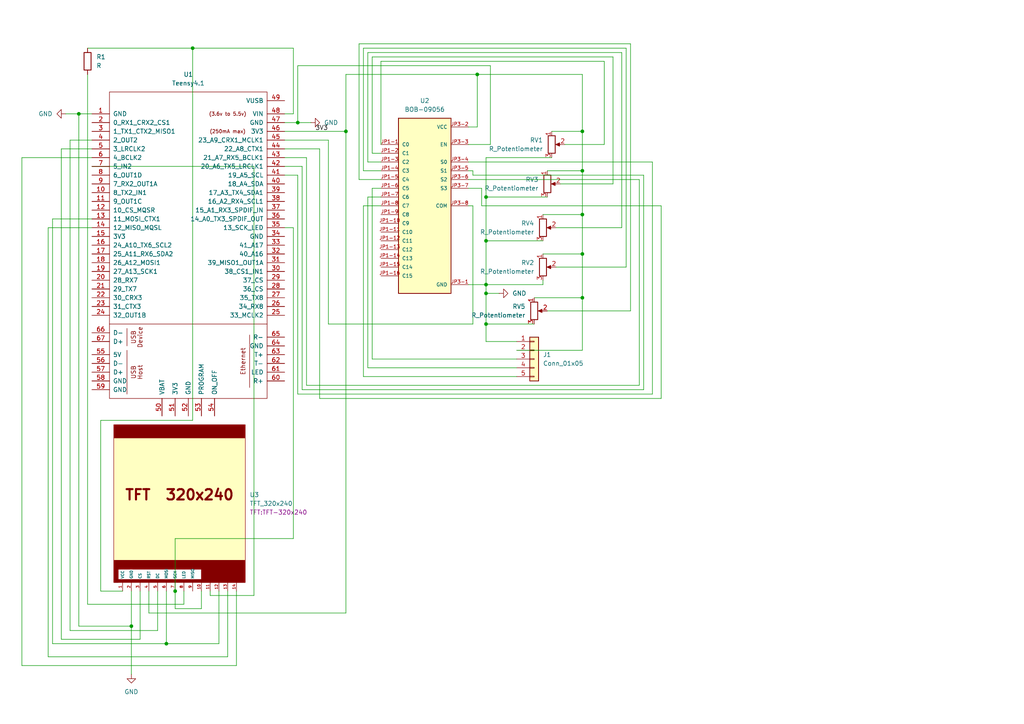
<source format=kicad_sch>
(kicad_sch
	(version 20231120)
	(generator "eeschema")
	(generator_version "8.0")
	(uuid "9fc04730-55d1-4abc-93b6-24541e5d58ae")
	(paper "A4")
	(lib_symbols
		(symbol "BOB-09056:BOB-09056"
			(pin_names
				(offset 1.016)
			)
			(exclude_from_sim no)
			(in_bom yes)
			(on_board yes)
			(property "Reference" "U"
				(at -7.62 25.908 0)
				(effects
					(font
						(size 1.27 1.27)
					)
					(justify left bottom)
				)
			)
			(property "Value" "BOB-09056"
				(at -7.62 -27.94 0)
				(effects
					(font
						(size 1.27 1.27)
					)
					(justify left bottom)
				)
			)
			(property "Footprint" "BOB-09056:MODULE_BOB-09056"
				(at 0 0 0)
				(effects
					(font
						(size 1.27 1.27)
					)
					(justify bottom)
					(hide yes)
				)
			)
			(property "Datasheet" ""
				(at 0 0 0)
				(effects
					(font
						(size 1.27 1.27)
					)
					(hide yes)
				)
			)
			(property "Description" ""
				(at 0 0 0)
				(effects
					(font
						(size 1.27 1.27)
					)
					(hide yes)
				)
			)
			(property "MF" "SparkFun Electronics"
				(at 0 0 0)
				(effects
					(font
						(size 1.27 1.27)
					)
					(justify bottom)
					(hide yes)
				)
			)
			(property "MAXIMUM_PACKAGE_HEIGHT" "N/A"
				(at 0 0 0)
				(effects
					(font
						(size 1.27 1.27)
					)
					(justify bottom)
					(hide yes)
				)
			)
			(property "Package" "None"
				(at 0 0 0)
				(effects
					(font
						(size 1.27 1.27)
					)
					(justify bottom)
					(hide yes)
				)
			)
			(property "Price" "None"
				(at 0 0 0)
				(effects
					(font
						(size 1.27 1.27)
					)
					(justify bottom)
					(hide yes)
				)
			)
			(property "Check_prices" "https://www.snapeda.com/parts/BOB-09056/SparkFun+Electronics/view-part/?ref=eda"
				(at 0 0 0)
				(effects
					(font
						(size 1.27 1.27)
					)
					(justify bottom)
					(hide yes)
				)
			)
			(property "STANDARD" "Manufacturer Recommendations"
				(at 0 0 0)
				(effects
					(font
						(size 1.27 1.27)
					)
					(justify bottom)
					(hide yes)
				)
			)
			(property "PARTREV" "v11"
				(at 0 0 0)
				(effects
					(font
						(size 1.27 1.27)
					)
					(justify bottom)
					(hide yes)
				)
			)
			(property "SnapEDA_Link" "https://www.snapeda.com/parts/BOB-09056/SparkFun+Electronics/view-part/?ref=snap"
				(at 0 0 0)
				(effects
					(font
						(size 1.27 1.27)
					)
					(justify bottom)
					(hide yes)
				)
			)
			(property "MP" "BOB-09056"
				(at 0 0 0)
				(effects
					(font
						(size 1.27 1.27)
					)
					(justify bottom)
					(hide yes)
				)
			)
			(property "Description_1" "\n74HC4067 Analog and Digital Switch Interface Evaluation Board\n"
				(at 0 0 0)
				(effects
					(font
						(size 1.27 1.27)
					)
					(justify bottom)
					(hide yes)
				)
			)
			(property "Availability" "In Stock"
				(at 0 0 0)
				(effects
					(font
						(size 1.27 1.27)
					)
					(justify bottom)
					(hide yes)
				)
			)
			(property "MANUFACTURER" "SparkFun Electronics"
				(at 0 0 0)
				(effects
					(font
						(size 1.27 1.27)
					)
					(justify bottom)
					(hide yes)
				)
			)
			(symbol "BOB-09056_0_0"
				(rectangle
					(start -7.62 -25.4)
					(end 7.62 25.4)
					(stroke
						(width 0.254)
						(type default)
					)
					(fill
						(type background)
					)
				)
				(pin input line
					(at -12.7 17.78 0)
					(length 5.08)
					(name "C0"
						(effects
							(font
								(size 1.016 1.016)
							)
						)
					)
					(number "JP1-1"
						(effects
							(font
								(size 1.016 1.016)
							)
						)
					)
				)
				(pin input line
					(at -12.7 -5.08 0)
					(length 5.08)
					(name "C9"
						(effects
							(font
								(size 1.016 1.016)
							)
						)
					)
					(number "JP1-10"
						(effects
							(font
								(size 1.016 1.016)
							)
						)
					)
				)
				(pin input line
					(at -12.7 -7.62 0)
					(length 5.08)
					(name "C10"
						(effects
							(font
								(size 1.016 1.016)
							)
						)
					)
					(number "JP1-11"
						(effects
							(font
								(size 1.016 1.016)
							)
						)
					)
				)
				(pin input line
					(at -12.7 -10.16 0)
					(length 5.08)
					(name "C11"
						(effects
							(font
								(size 1.016 1.016)
							)
						)
					)
					(number "JP1-12"
						(effects
							(font
								(size 1.016 1.016)
							)
						)
					)
				)
				(pin input line
					(at -12.7 -12.7 0)
					(length 5.08)
					(name "C12"
						(effects
							(font
								(size 1.016 1.016)
							)
						)
					)
					(number "JP1-13"
						(effects
							(font
								(size 1.016 1.016)
							)
						)
					)
				)
				(pin input line
					(at -12.7 -15.24 0)
					(length 5.08)
					(name "C13"
						(effects
							(font
								(size 1.016 1.016)
							)
						)
					)
					(number "JP1-14"
						(effects
							(font
								(size 1.016 1.016)
							)
						)
					)
				)
				(pin input line
					(at -12.7 -17.78 0)
					(length 5.08)
					(name "C14"
						(effects
							(font
								(size 1.016 1.016)
							)
						)
					)
					(number "JP1-15"
						(effects
							(font
								(size 1.016 1.016)
							)
						)
					)
				)
				(pin input line
					(at -12.7 -20.32 0)
					(length 5.08)
					(name "C15"
						(effects
							(font
								(size 1.016 1.016)
							)
						)
					)
					(number "JP1-16"
						(effects
							(font
								(size 1.016 1.016)
							)
						)
					)
				)
				(pin input line
					(at -12.7 15.24 0)
					(length 5.08)
					(name "C1"
						(effects
							(font
								(size 1.016 1.016)
							)
						)
					)
					(number "JP1-2"
						(effects
							(font
								(size 1.016 1.016)
							)
						)
					)
				)
				(pin input line
					(at -12.7 12.7 0)
					(length 5.08)
					(name "C2"
						(effects
							(font
								(size 1.016 1.016)
							)
						)
					)
					(number "JP1-3"
						(effects
							(font
								(size 1.016 1.016)
							)
						)
					)
				)
				(pin input line
					(at -12.7 10.16 0)
					(length 5.08)
					(name "C3"
						(effects
							(font
								(size 1.016 1.016)
							)
						)
					)
					(number "JP1-4"
						(effects
							(font
								(size 1.016 1.016)
							)
						)
					)
				)
				(pin input line
					(at -12.7 7.62 0)
					(length 5.08)
					(name "C4"
						(effects
							(font
								(size 1.016 1.016)
							)
						)
					)
					(number "JP1-5"
						(effects
							(font
								(size 1.016 1.016)
							)
						)
					)
				)
				(pin input line
					(at -12.7 5.08 0)
					(length 5.08)
					(name "C5"
						(effects
							(font
								(size 1.016 1.016)
							)
						)
					)
					(number "JP1-6"
						(effects
							(font
								(size 1.016 1.016)
							)
						)
					)
				)
				(pin input line
					(at -12.7 2.54 0)
					(length 5.08)
					(name "C6"
						(effects
							(font
								(size 1.016 1.016)
							)
						)
					)
					(number "JP1-7"
						(effects
							(font
								(size 1.016 1.016)
							)
						)
					)
				)
				(pin input line
					(at -12.7 0 0)
					(length 5.08)
					(name "C7"
						(effects
							(font
								(size 1.016 1.016)
							)
						)
					)
					(number "JP1-8"
						(effects
							(font
								(size 1.016 1.016)
							)
						)
					)
				)
				(pin input line
					(at -12.7 -2.54 0)
					(length 5.08)
					(name "C8"
						(effects
							(font
								(size 1.016 1.016)
							)
						)
					)
					(number "JP1-9"
						(effects
							(font
								(size 1.016 1.016)
							)
						)
					)
				)
				(pin power_in line
					(at 12.7 -22.86 180)
					(length 5.08)
					(name "GND"
						(effects
							(font
								(size 1.016 1.016)
							)
						)
					)
					(number "JP3-1"
						(effects
							(font
								(size 1.016 1.016)
							)
						)
					)
				)
				(pin power_in line
					(at 12.7 22.86 180)
					(length 5.08)
					(name "VCC"
						(effects
							(font
								(size 1.016 1.016)
							)
						)
					)
					(number "JP3-2"
						(effects
							(font
								(size 1.016 1.016)
							)
						)
					)
				)
				(pin input line
					(at 12.7 17.78 180)
					(length 5.08)
					(name "EN"
						(effects
							(font
								(size 1.016 1.016)
							)
						)
					)
					(number "JP3-3"
						(effects
							(font
								(size 1.016 1.016)
							)
						)
					)
				)
				(pin input line
					(at 12.7 12.7 180)
					(length 5.08)
					(name "S0"
						(effects
							(font
								(size 1.016 1.016)
							)
						)
					)
					(number "JP3-4"
						(effects
							(font
								(size 1.016 1.016)
							)
						)
					)
				)
				(pin input line
					(at 12.7 10.16 180)
					(length 5.08)
					(name "S1"
						(effects
							(font
								(size 1.016 1.016)
							)
						)
					)
					(number "JP3-5"
						(effects
							(font
								(size 1.016 1.016)
							)
						)
					)
				)
				(pin input line
					(at 12.7 7.62 180)
					(length 5.08)
					(name "S2"
						(effects
							(font
								(size 1.016 1.016)
							)
						)
					)
					(number "JP3-6"
						(effects
							(font
								(size 1.016 1.016)
							)
						)
					)
				)
				(pin input line
					(at 12.7 5.08 180)
					(length 5.08)
					(name "S3"
						(effects
							(font
								(size 1.016 1.016)
							)
						)
					)
					(number "JP3-7"
						(effects
							(font
								(size 1.016 1.016)
							)
						)
					)
				)
				(pin bidirectional line
					(at 12.7 0 180)
					(length 5.08)
					(name "COM"
						(effects
							(font
								(size 1.016 1.016)
							)
						)
					)
					(number "JP3-8"
						(effects
							(font
								(size 1.016 1.016)
							)
						)
					)
				)
			)
		)
		(symbol "Connector_Generic:Conn_01x05"
			(pin_names
				(offset 1.016) hide)
			(exclude_from_sim no)
			(in_bom yes)
			(on_board yes)
			(property "Reference" "J"
				(at 0 7.62 0)
				(effects
					(font
						(size 1.27 1.27)
					)
				)
			)
			(property "Value" "Conn_01x05"
				(at 0 -7.62 0)
				(effects
					(font
						(size 1.27 1.27)
					)
				)
			)
			(property "Footprint" ""
				(at 0 0 0)
				(effects
					(font
						(size 1.27 1.27)
					)
					(hide yes)
				)
			)
			(property "Datasheet" "~"
				(at 0 0 0)
				(effects
					(font
						(size 1.27 1.27)
					)
					(hide yes)
				)
			)
			(property "Description" "Generic connector, single row, 01x05, script generated (kicad-library-utils/schlib/autogen/connector/)"
				(at 0 0 0)
				(effects
					(font
						(size 1.27 1.27)
					)
					(hide yes)
				)
			)
			(property "ki_keywords" "connector"
				(at 0 0 0)
				(effects
					(font
						(size 1.27 1.27)
					)
					(hide yes)
				)
			)
			(property "ki_fp_filters" "Connector*:*_1x??_*"
				(at 0 0 0)
				(effects
					(font
						(size 1.27 1.27)
					)
					(hide yes)
				)
			)
			(symbol "Conn_01x05_1_1"
				(rectangle
					(start -1.27 -4.953)
					(end 0 -5.207)
					(stroke
						(width 0.1524)
						(type default)
					)
					(fill
						(type none)
					)
				)
				(rectangle
					(start -1.27 -2.413)
					(end 0 -2.667)
					(stroke
						(width 0.1524)
						(type default)
					)
					(fill
						(type none)
					)
				)
				(rectangle
					(start -1.27 0.127)
					(end 0 -0.127)
					(stroke
						(width 0.1524)
						(type default)
					)
					(fill
						(type none)
					)
				)
				(rectangle
					(start -1.27 2.667)
					(end 0 2.413)
					(stroke
						(width 0.1524)
						(type default)
					)
					(fill
						(type none)
					)
				)
				(rectangle
					(start -1.27 5.207)
					(end 0 4.953)
					(stroke
						(width 0.1524)
						(type default)
					)
					(fill
						(type none)
					)
				)
				(rectangle
					(start -1.27 6.35)
					(end 1.27 -6.35)
					(stroke
						(width 0.254)
						(type default)
					)
					(fill
						(type background)
					)
				)
				(pin passive line
					(at -5.08 5.08 0)
					(length 3.81)
					(name "Pin_1"
						(effects
							(font
								(size 1.27 1.27)
							)
						)
					)
					(number "1"
						(effects
							(font
								(size 1.27 1.27)
							)
						)
					)
				)
				(pin passive line
					(at -5.08 2.54 0)
					(length 3.81)
					(name "Pin_2"
						(effects
							(font
								(size 1.27 1.27)
							)
						)
					)
					(number "2"
						(effects
							(font
								(size 1.27 1.27)
							)
						)
					)
				)
				(pin passive line
					(at -5.08 0 0)
					(length 3.81)
					(name "Pin_3"
						(effects
							(font
								(size 1.27 1.27)
							)
						)
					)
					(number "3"
						(effects
							(font
								(size 1.27 1.27)
							)
						)
					)
				)
				(pin passive line
					(at -5.08 -2.54 0)
					(length 3.81)
					(name "Pin_4"
						(effects
							(font
								(size 1.27 1.27)
							)
						)
					)
					(number "4"
						(effects
							(font
								(size 1.27 1.27)
							)
						)
					)
				)
				(pin passive line
					(at -5.08 -5.08 0)
					(length 3.81)
					(name "Pin_5"
						(effects
							(font
								(size 1.27 1.27)
							)
						)
					)
					(number "5"
						(effects
							(font
								(size 1.27 1.27)
							)
						)
					)
				)
			)
		)
		(symbol "Device:R"
			(pin_numbers hide)
			(pin_names
				(offset 0)
			)
			(exclude_from_sim no)
			(in_bom yes)
			(on_board yes)
			(property "Reference" "R"
				(at 2.032 0 90)
				(effects
					(font
						(size 1.27 1.27)
					)
				)
			)
			(property "Value" "R"
				(at 0 0 90)
				(effects
					(font
						(size 1.27 1.27)
					)
				)
			)
			(property "Footprint" ""
				(at -1.778 0 90)
				(effects
					(font
						(size 1.27 1.27)
					)
					(hide yes)
				)
			)
			(property "Datasheet" "~"
				(at 0 0 0)
				(effects
					(font
						(size 1.27 1.27)
					)
					(hide yes)
				)
			)
			(property "Description" "Resistor"
				(at 0 0 0)
				(effects
					(font
						(size 1.27 1.27)
					)
					(hide yes)
				)
			)
			(property "ki_keywords" "R res resistor"
				(at 0 0 0)
				(effects
					(font
						(size 1.27 1.27)
					)
					(hide yes)
				)
			)
			(property "ki_fp_filters" "R_*"
				(at 0 0 0)
				(effects
					(font
						(size 1.27 1.27)
					)
					(hide yes)
				)
			)
			(symbol "R_0_1"
				(rectangle
					(start -1.016 -2.54)
					(end 1.016 2.54)
					(stroke
						(width 0.254)
						(type default)
					)
					(fill
						(type none)
					)
				)
			)
			(symbol "R_1_1"
				(pin passive line
					(at 0 3.81 270)
					(length 1.27)
					(name "~"
						(effects
							(font
								(size 1.27 1.27)
							)
						)
					)
					(number "1"
						(effects
							(font
								(size 1.27 1.27)
							)
						)
					)
				)
				(pin passive line
					(at 0 -3.81 90)
					(length 1.27)
					(name "~"
						(effects
							(font
								(size 1.27 1.27)
							)
						)
					)
					(number "2"
						(effects
							(font
								(size 1.27 1.27)
							)
						)
					)
				)
			)
		)
		(symbol "Device:R_Potentiometer"
			(pin_names
				(offset 1.016) hide)
			(exclude_from_sim no)
			(in_bom yes)
			(on_board yes)
			(property "Reference" "RV"
				(at -4.445 0 90)
				(effects
					(font
						(size 1.27 1.27)
					)
				)
			)
			(property "Value" "R_Potentiometer"
				(at -2.54 0 90)
				(effects
					(font
						(size 1.27 1.27)
					)
				)
			)
			(property "Footprint" ""
				(at 0 0 0)
				(effects
					(font
						(size 1.27 1.27)
					)
					(hide yes)
				)
			)
			(property "Datasheet" "~"
				(at 0 0 0)
				(effects
					(font
						(size 1.27 1.27)
					)
					(hide yes)
				)
			)
			(property "Description" "Potentiometer"
				(at 0 0 0)
				(effects
					(font
						(size 1.27 1.27)
					)
					(hide yes)
				)
			)
			(property "ki_keywords" "resistor variable"
				(at 0 0 0)
				(effects
					(font
						(size 1.27 1.27)
					)
					(hide yes)
				)
			)
			(property "ki_fp_filters" "Potentiometer*"
				(at 0 0 0)
				(effects
					(font
						(size 1.27 1.27)
					)
					(hide yes)
				)
			)
			(symbol "R_Potentiometer_0_1"
				(polyline
					(pts
						(xy 2.54 0) (xy 1.524 0)
					)
					(stroke
						(width 0)
						(type default)
					)
					(fill
						(type none)
					)
				)
				(polyline
					(pts
						(xy 1.143 0) (xy 2.286 0.508) (xy 2.286 -0.508) (xy 1.143 0)
					)
					(stroke
						(width 0)
						(type default)
					)
					(fill
						(type outline)
					)
				)
				(rectangle
					(start 1.016 2.54)
					(end -1.016 -2.54)
					(stroke
						(width 0.254)
						(type default)
					)
					(fill
						(type none)
					)
				)
			)
			(symbol "R_Potentiometer_1_1"
				(pin passive line
					(at 0 3.81 270)
					(length 1.27)
					(name "1"
						(effects
							(font
								(size 1.27 1.27)
							)
						)
					)
					(number "1"
						(effects
							(font
								(size 1.27 1.27)
							)
						)
					)
				)
				(pin passive line
					(at 3.81 0 180)
					(length 1.27)
					(name "2"
						(effects
							(font
								(size 1.27 1.27)
							)
						)
					)
					(number "2"
						(effects
							(font
								(size 1.27 1.27)
							)
						)
					)
				)
				(pin passive line
					(at 0 -3.81 90)
					(length 1.27)
					(name "3"
						(effects
							(font
								(size 1.27 1.27)
							)
						)
					)
					(number "3"
						(effects
							(font
								(size 1.27 1.27)
							)
						)
					)
				)
			)
		)
		(symbol "power:GND"
			(power)
			(pin_numbers hide)
			(pin_names
				(offset 0) hide)
			(exclude_from_sim no)
			(in_bom yes)
			(on_board yes)
			(property "Reference" "#PWR"
				(at 0 -6.35 0)
				(effects
					(font
						(size 1.27 1.27)
					)
					(hide yes)
				)
			)
			(property "Value" "GND"
				(at 0 -3.81 0)
				(effects
					(font
						(size 1.27 1.27)
					)
				)
			)
			(property "Footprint" ""
				(at 0 0 0)
				(effects
					(font
						(size 1.27 1.27)
					)
					(hide yes)
				)
			)
			(property "Datasheet" ""
				(at 0 0 0)
				(effects
					(font
						(size 1.27 1.27)
					)
					(hide yes)
				)
			)
			(property "Description" "Power symbol creates a global label with name \"GND\" , ground"
				(at 0 0 0)
				(effects
					(font
						(size 1.27 1.27)
					)
					(hide yes)
				)
			)
			(property "ki_keywords" "global power"
				(at 0 0 0)
				(effects
					(font
						(size 1.27 1.27)
					)
					(hide yes)
				)
			)
			(symbol "GND_0_1"
				(polyline
					(pts
						(xy 0 0) (xy 0 -1.27) (xy 1.27 -1.27) (xy 0 -2.54) (xy -1.27 -1.27) (xy 0 -1.27)
					)
					(stroke
						(width 0)
						(type default)
					)
					(fill
						(type none)
					)
				)
			)
			(symbol "GND_1_1"
				(pin power_in line
					(at 0 0 270)
					(length 0)
					(name "~"
						(effects
							(font
								(size 1.27 1.27)
							)
						)
					)
					(number "1"
						(effects
							(font
								(size 1.27 1.27)
							)
						)
					)
				)
			)
		)
		(symbol "teensy:Teensy4.1"
			(pin_names
				(offset 1.016)
			)
			(exclude_from_sim no)
			(in_bom yes)
			(on_board yes)
			(property "Reference" "U"
				(at 0 64.77 0)
				(effects
					(font
						(size 1.27 1.27)
					)
				)
			)
			(property "Value" "Teensy4.1"
				(at 0 62.23 0)
				(effects
					(font
						(size 1.27 1.27)
					)
				)
			)
			(property "Footprint" ""
				(at -10.16 10.16 0)
				(effects
					(font
						(size 1.27 1.27)
					)
					(hide yes)
				)
			)
			(property "Datasheet" ""
				(at -10.16 10.16 0)
				(effects
					(font
						(size 1.27 1.27)
					)
					(hide yes)
				)
			)
			(property "Description" ""
				(at 0 0 0)
				(effects
					(font
						(size 1.27 1.27)
					)
					(hide yes)
				)
			)
			(symbol "Teensy4.1_0_0"
				(polyline
					(pts
						(xy -22.86 -6.35) (xy 22.86 -6.35)
					)
					(stroke
						(width 0)
						(type solid)
					)
					(fill
						(type none)
					)
				)
				(polyline
					(pts
						(xy -17.78 -26.67) (xy -17.78 -13.97)
					)
					(stroke
						(width 0)
						(type solid)
					)
					(fill
						(type none)
					)
				)
				(polyline
					(pts
						(xy -17.78 -7.62) (xy -17.78 -12.7)
					)
					(stroke
						(width 0)
						(type solid)
					)
					(fill
						(type none)
					)
				)
				(polyline
					(pts
						(xy 17.78 -9.525) (xy 17.78 -24.765)
					)
					(stroke
						(width 0)
						(type solid)
					)
					(fill
						(type none)
					)
				)
				(text "(250mA max)"
					(at 11.43 49.53 0)
					(effects
						(font
							(size 1.016 1.016)
						)
					)
				)
				(text "(3.6v to 5.5v)"
					(at 11.43 54.61 0)
					(effects
						(font
							(size 1.016 1.016)
						)
					)
				)
				(text "Device"
					(at -13.97 -10.16 900)
					(effects
						(font
							(size 1.27 1.27)
						)
					)
				)
				(text "Ethernet"
					(at 15.875 -17.145 900)
					(effects
						(font
							(size 1.27 1.27)
						)
					)
				)
				(text "Host"
					(at -13.97 -20.32 900)
					(effects
						(font
							(size 1.27 1.27)
						)
					)
				)
				(text "USB"
					(at -15.875 -20.32 900)
					(effects
						(font
							(size 1.27 1.27)
						)
					)
				)
				(text "USB"
					(at -15.875 -10.16 900)
					(effects
						(font
							(size 1.27 1.27)
						)
					)
				)
				(pin bidirectional line
					(at -27.94 31.75 0)
					(length 5.08)
					(name "8_TX2_IN1"
						(effects
							(font
								(size 1.27 1.27)
							)
						)
					)
					(number "10"
						(effects
							(font
								(size 1.27 1.27)
							)
						)
					)
				)
				(pin bidirectional line
					(at -27.94 29.21 0)
					(length 5.08)
					(name "9_OUT1C"
						(effects
							(font
								(size 1.27 1.27)
							)
						)
					)
					(number "11"
						(effects
							(font
								(size 1.27 1.27)
							)
						)
					)
				)
				(pin bidirectional line
					(at -27.94 26.67 0)
					(length 5.08)
					(name "10_CS_MQSR"
						(effects
							(font
								(size 1.27 1.27)
							)
						)
					)
					(number "12"
						(effects
							(font
								(size 1.27 1.27)
							)
						)
					)
				)
				(pin bidirectional line
					(at -27.94 24.13 0)
					(length 5.08)
					(name "11_MOSI_CTX1"
						(effects
							(font
								(size 1.27 1.27)
							)
						)
					)
					(number "13"
						(effects
							(font
								(size 1.27 1.27)
							)
						)
					)
				)
				(pin bidirectional line
					(at -27.94 21.59 0)
					(length 5.08)
					(name "12_MISO_MQSL"
						(effects
							(font
								(size 1.27 1.27)
							)
						)
					)
					(number "14"
						(effects
							(font
								(size 1.27 1.27)
							)
						)
					)
				)
				(pin power_in line
					(at -27.94 19.05 0)
					(length 5.08)
					(name "3V3"
						(effects
							(font
								(size 1.27 1.27)
							)
						)
					)
					(number "15"
						(effects
							(font
								(size 1.27 1.27)
							)
						)
					)
				)
				(pin bidirectional line
					(at -27.94 16.51 0)
					(length 5.08)
					(name "24_A10_TX6_SCL2"
						(effects
							(font
								(size 1.27 1.27)
							)
						)
					)
					(number "16"
						(effects
							(font
								(size 1.27 1.27)
							)
						)
					)
				)
				(pin bidirectional line
					(at -27.94 13.97 0)
					(length 5.08)
					(name "25_A11_RX6_SDA2"
						(effects
							(font
								(size 1.27 1.27)
							)
						)
					)
					(number "17"
						(effects
							(font
								(size 1.27 1.27)
							)
						)
					)
				)
				(pin bidirectional line
					(at -27.94 11.43 0)
					(length 5.08)
					(name "26_A12_MOSI1"
						(effects
							(font
								(size 1.27 1.27)
							)
						)
					)
					(number "18"
						(effects
							(font
								(size 1.27 1.27)
							)
						)
					)
				)
				(pin bidirectional line
					(at -27.94 8.89 0)
					(length 5.08)
					(name "27_A13_SCK1"
						(effects
							(font
								(size 1.27 1.27)
							)
						)
					)
					(number "19"
						(effects
							(font
								(size 1.27 1.27)
							)
						)
					)
				)
				(pin bidirectional line
					(at -27.94 6.35 0)
					(length 5.08)
					(name "28_RX7"
						(effects
							(font
								(size 1.27 1.27)
							)
						)
					)
					(number "20"
						(effects
							(font
								(size 1.27 1.27)
							)
						)
					)
				)
				(pin bidirectional line
					(at -27.94 3.81 0)
					(length 5.08)
					(name "29_TX7"
						(effects
							(font
								(size 1.27 1.27)
							)
						)
					)
					(number "21"
						(effects
							(font
								(size 1.27 1.27)
							)
						)
					)
				)
				(pin bidirectional line
					(at -27.94 1.27 0)
					(length 5.08)
					(name "30_CRX3"
						(effects
							(font
								(size 1.27 1.27)
							)
						)
					)
					(number "22"
						(effects
							(font
								(size 1.27 1.27)
							)
						)
					)
				)
				(pin bidirectional line
					(at -27.94 -1.27 0)
					(length 5.08)
					(name "31_CTX3"
						(effects
							(font
								(size 1.27 1.27)
							)
						)
					)
					(number "23"
						(effects
							(font
								(size 1.27 1.27)
							)
						)
					)
				)
				(pin bidirectional line
					(at -27.94 -3.81 0)
					(length 5.08)
					(name "32_OUT1B"
						(effects
							(font
								(size 1.27 1.27)
							)
						)
					)
					(number "24"
						(effects
							(font
								(size 1.27 1.27)
							)
						)
					)
				)
				(pin bidirectional line
					(at 27.94 -3.81 180)
					(length 5.08)
					(name "33_MCLK2"
						(effects
							(font
								(size 1.27 1.27)
							)
						)
					)
					(number "25"
						(effects
							(font
								(size 1.27 1.27)
							)
						)
					)
				)
				(pin bidirectional line
					(at 27.94 -1.27 180)
					(length 5.08)
					(name "34_RX8"
						(effects
							(font
								(size 1.27 1.27)
							)
						)
					)
					(number "26"
						(effects
							(font
								(size 1.27 1.27)
							)
						)
					)
				)
				(pin bidirectional line
					(at 27.94 1.27 180)
					(length 5.08)
					(name "35_TX8"
						(effects
							(font
								(size 1.27 1.27)
							)
						)
					)
					(number "27"
						(effects
							(font
								(size 1.27 1.27)
							)
						)
					)
				)
				(pin bidirectional line
					(at 27.94 3.81 180)
					(length 5.08)
					(name "36_CS"
						(effects
							(font
								(size 1.27 1.27)
							)
						)
					)
					(number "28"
						(effects
							(font
								(size 1.27 1.27)
							)
						)
					)
				)
				(pin bidirectional line
					(at 27.94 6.35 180)
					(length 5.08)
					(name "37_CS"
						(effects
							(font
								(size 1.27 1.27)
							)
						)
					)
					(number "29"
						(effects
							(font
								(size 1.27 1.27)
							)
						)
					)
				)
				(pin bidirectional line
					(at 27.94 8.89 180)
					(length 5.08)
					(name "38_CS1_IN1"
						(effects
							(font
								(size 1.27 1.27)
							)
						)
					)
					(number "30"
						(effects
							(font
								(size 1.27 1.27)
							)
						)
					)
				)
				(pin bidirectional line
					(at 27.94 11.43 180)
					(length 5.08)
					(name "39_MISO1_OUT1A"
						(effects
							(font
								(size 1.27 1.27)
							)
						)
					)
					(number "31"
						(effects
							(font
								(size 1.27 1.27)
							)
						)
					)
				)
				(pin bidirectional line
					(at 27.94 13.97 180)
					(length 5.08)
					(name "40_A16"
						(effects
							(font
								(size 1.27 1.27)
							)
						)
					)
					(number "32"
						(effects
							(font
								(size 1.27 1.27)
							)
						)
					)
				)
				(pin bidirectional line
					(at 27.94 16.51 180)
					(length 5.08)
					(name "41_A17"
						(effects
							(font
								(size 1.27 1.27)
							)
						)
					)
					(number "33"
						(effects
							(font
								(size 1.27 1.27)
							)
						)
					)
				)
				(pin bidirectional line
					(at 27.94 21.59 180)
					(length 5.08)
					(name "13_SCK_LED"
						(effects
							(font
								(size 1.27 1.27)
							)
						)
					)
					(number "35"
						(effects
							(font
								(size 1.27 1.27)
							)
						)
					)
				)
				(pin bidirectional line
					(at 27.94 24.13 180)
					(length 5.08)
					(name "14_A0_TX3_SPDIF_OUT"
						(effects
							(font
								(size 1.27 1.27)
							)
						)
					)
					(number "36"
						(effects
							(font
								(size 1.27 1.27)
							)
						)
					)
				)
				(pin bidirectional line
					(at 27.94 26.67 180)
					(length 5.08)
					(name "15_A1_RX3_SPDIF_IN"
						(effects
							(font
								(size 1.27 1.27)
							)
						)
					)
					(number "37"
						(effects
							(font
								(size 1.27 1.27)
							)
						)
					)
				)
				(pin bidirectional line
					(at 27.94 29.21 180)
					(length 5.08)
					(name "16_A2_RX4_SCL1"
						(effects
							(font
								(size 1.27 1.27)
							)
						)
					)
					(number "38"
						(effects
							(font
								(size 1.27 1.27)
							)
						)
					)
				)
				(pin bidirectional line
					(at 27.94 31.75 180)
					(length 5.08)
					(name "17_A3_TX4_SDA1"
						(effects
							(font
								(size 1.27 1.27)
							)
						)
					)
					(number "39"
						(effects
							(font
								(size 1.27 1.27)
							)
						)
					)
				)
				(pin bidirectional line
					(at 27.94 34.29 180)
					(length 5.08)
					(name "18_A4_SDA"
						(effects
							(font
								(size 1.27 1.27)
							)
						)
					)
					(number "40"
						(effects
							(font
								(size 1.27 1.27)
							)
						)
					)
				)
				(pin bidirectional line
					(at 27.94 36.83 180)
					(length 5.08)
					(name "19_A5_SCL"
						(effects
							(font
								(size 1.27 1.27)
							)
						)
					)
					(number "41"
						(effects
							(font
								(size 1.27 1.27)
							)
						)
					)
				)
				(pin bidirectional line
					(at 27.94 39.37 180)
					(length 5.08)
					(name "20_A6_TX5_LRCLK1"
						(effects
							(font
								(size 1.27 1.27)
							)
						)
					)
					(number "42"
						(effects
							(font
								(size 1.27 1.27)
							)
						)
					)
				)
				(pin bidirectional line
					(at 27.94 41.91 180)
					(length 5.08)
					(name "21_A7_RX5_BCLK1"
						(effects
							(font
								(size 1.27 1.27)
							)
						)
					)
					(number "43"
						(effects
							(font
								(size 1.27 1.27)
							)
						)
					)
				)
				(pin bidirectional line
					(at 27.94 44.45 180)
					(length 5.08)
					(name "22_A8_CTX1"
						(effects
							(font
								(size 1.27 1.27)
							)
						)
					)
					(number "44"
						(effects
							(font
								(size 1.27 1.27)
							)
						)
					)
				)
				(pin bidirectional line
					(at 27.94 46.99 180)
					(length 5.08)
					(name "23_A9_CRX1_MCLK1"
						(effects
							(font
								(size 1.27 1.27)
							)
						)
					)
					(number "45"
						(effects
							(font
								(size 1.27 1.27)
							)
						)
					)
				)
				(pin output line
					(at 27.94 49.53 180)
					(length 5.08)
					(name "3V3"
						(effects
							(font
								(size 1.27 1.27)
							)
						)
					)
					(number "46"
						(effects
							(font
								(size 1.27 1.27)
							)
						)
					)
				)
				(pin output line
					(at 27.94 52.07 180)
					(length 5.08)
					(name "GND"
						(effects
							(font
								(size 1.27 1.27)
							)
						)
					)
					(number "47"
						(effects
							(font
								(size 1.27 1.27)
							)
						)
					)
				)
				(pin power_in line
					(at 27.94 54.61 180)
					(length 5.08)
					(name "VIN"
						(effects
							(font
								(size 1.27 1.27)
							)
						)
					)
					(number "48"
						(effects
							(font
								(size 1.27 1.27)
							)
						)
					)
				)
				(pin power_out line
					(at 27.94 58.42 180)
					(length 5.08)
					(name "VUSB"
						(effects
							(font
								(size 1.27 1.27)
							)
						)
					)
					(number "49"
						(effects
							(font
								(size 1.27 1.27)
							)
						)
					)
				)
				(pin bidirectional line
					(at -27.94 44.45 0)
					(length 5.08)
					(name "3_LRCLK2"
						(effects
							(font
								(size 1.27 1.27)
							)
						)
					)
					(number "5"
						(effects
							(font
								(size 1.27 1.27)
							)
						)
					)
				)
				(pin power_in line
					(at -7.62 -33.02 90)
					(length 5.08)
					(name "VBAT"
						(effects
							(font
								(size 1.27 1.27)
							)
						)
					)
					(number "50"
						(effects
							(font
								(size 1.27 1.27)
							)
						)
					)
				)
				(pin power_in line
					(at -3.81 -33.02 90)
					(length 5.08)
					(name "3V3"
						(effects
							(font
								(size 1.27 1.27)
							)
						)
					)
					(number "51"
						(effects
							(font
								(size 1.27 1.27)
							)
						)
					)
				)
				(pin input line
					(at 0 -33.02 90)
					(length 5.08)
					(name "GND"
						(effects
							(font
								(size 1.27 1.27)
							)
						)
					)
					(number "52"
						(effects
							(font
								(size 1.27 1.27)
							)
						)
					)
				)
				(pin input line
					(at 3.81 -33.02 90)
					(length 5.08)
					(name "PROGRAM"
						(effects
							(font
								(size 1.27 1.27)
							)
						)
					)
					(number "53"
						(effects
							(font
								(size 1.27 1.27)
							)
						)
					)
				)
				(pin input line
					(at 7.62 -33.02 90)
					(length 5.08)
					(name "ON_OFF"
						(effects
							(font
								(size 1.27 1.27)
							)
						)
					)
					(number "54"
						(effects
							(font
								(size 1.27 1.27)
							)
						)
					)
				)
				(pin power_out line
					(at -27.94 -15.24 0)
					(length 5.08)
					(name "5V"
						(effects
							(font
								(size 1.27 1.27)
							)
						)
					)
					(number "55"
						(effects
							(font
								(size 1.27 1.27)
							)
						)
					)
				)
				(pin bidirectional line
					(at -27.94 -17.78 0)
					(length 5.08)
					(name "D-"
						(effects
							(font
								(size 1.27 1.27)
							)
						)
					)
					(number "56"
						(effects
							(font
								(size 1.27 1.27)
							)
						)
					)
				)
				(pin bidirectional line
					(at -27.94 -20.32 0)
					(length 5.08)
					(name "D+"
						(effects
							(font
								(size 1.27 1.27)
							)
						)
					)
					(number "57"
						(effects
							(font
								(size 1.27 1.27)
							)
						)
					)
				)
				(pin power_in line
					(at -27.94 -22.86 0)
					(length 5.08)
					(name "GND"
						(effects
							(font
								(size 1.27 1.27)
							)
						)
					)
					(number "58"
						(effects
							(font
								(size 1.27 1.27)
							)
						)
					)
				)
				(pin power_in line
					(at -27.94 -25.4 0)
					(length 5.08)
					(name "GND"
						(effects
							(font
								(size 1.27 1.27)
							)
						)
					)
					(number "59"
						(effects
							(font
								(size 1.27 1.27)
							)
						)
					)
				)
				(pin bidirectional line
					(at -27.94 41.91 0)
					(length 5.08)
					(name "4_BCLK2"
						(effects
							(font
								(size 1.27 1.27)
							)
						)
					)
					(number "6"
						(effects
							(font
								(size 1.27 1.27)
							)
						)
					)
				)
				(pin bidirectional line
					(at 27.94 -22.86 180)
					(length 5.08)
					(name "R+"
						(effects
							(font
								(size 1.27 1.27)
							)
						)
					)
					(number "60"
						(effects
							(font
								(size 1.27 1.27)
							)
						)
					)
				)
				(pin bidirectional line
					(at 27.94 -20.32 180)
					(length 5.08)
					(name "LED"
						(effects
							(font
								(size 1.27 1.27)
							)
						)
					)
					(number "61"
						(effects
							(font
								(size 1.27 1.27)
							)
						)
					)
				)
				(pin bidirectional line
					(at 27.94 -17.78 180)
					(length 5.08)
					(name "T-"
						(effects
							(font
								(size 1.27 1.27)
							)
						)
					)
					(number "62"
						(effects
							(font
								(size 1.27 1.27)
							)
						)
					)
				)
				(pin bidirectional line
					(at 27.94 -15.24 180)
					(length 5.08)
					(name "T+"
						(effects
							(font
								(size 1.27 1.27)
							)
						)
					)
					(number "63"
						(effects
							(font
								(size 1.27 1.27)
							)
						)
					)
				)
				(pin power_in line
					(at 27.94 -12.7 180)
					(length 5.08)
					(name "GND"
						(effects
							(font
								(size 1.27 1.27)
							)
						)
					)
					(number "64"
						(effects
							(font
								(size 1.27 1.27)
							)
						)
					)
				)
				(pin bidirectional line
					(at 27.94 -10.16 180)
					(length 5.08)
					(name "R-"
						(effects
							(font
								(size 1.27 1.27)
							)
						)
					)
					(number "65"
						(effects
							(font
								(size 1.27 1.27)
							)
						)
					)
				)
				(pin bidirectional line
					(at -27.94 -8.89 0)
					(length 5.08)
					(name "D-"
						(effects
							(font
								(size 1.27 1.27)
							)
						)
					)
					(number "66"
						(effects
							(font
								(size 1.27 1.27)
							)
						)
					)
				)
				(pin bidirectional line
					(at -27.94 -11.43 0)
					(length 5.08)
					(name "D+"
						(effects
							(font
								(size 1.27 1.27)
							)
						)
					)
					(number "67"
						(effects
							(font
								(size 1.27 1.27)
							)
						)
					)
				)
				(pin bidirectional line
					(at -27.94 39.37 0)
					(length 5.08)
					(name "5_IN2"
						(effects
							(font
								(size 1.27 1.27)
							)
						)
					)
					(number "7"
						(effects
							(font
								(size 1.27 1.27)
							)
						)
					)
				)
				(pin bidirectional line
					(at -27.94 36.83 0)
					(length 5.08)
					(name "6_OUT1D"
						(effects
							(font
								(size 1.27 1.27)
							)
						)
					)
					(number "8"
						(effects
							(font
								(size 1.27 1.27)
							)
						)
					)
				)
				(pin bidirectional line
					(at -27.94 34.29 0)
					(length 5.08)
					(name "7_RX2_OUT1A"
						(effects
							(font
								(size 1.27 1.27)
							)
						)
					)
					(number "9"
						(effects
							(font
								(size 1.27 1.27)
							)
						)
					)
				)
			)
			(symbol "Teensy4.1_0_1"
				(rectangle
					(start -22.86 60.96)
					(end 22.86 -27.94)
					(stroke
						(width 0)
						(type solid)
					)
					(fill
						(type none)
					)
				)
				(rectangle
					(start -20.32 -1.27)
					(end -20.32 -1.27)
					(stroke
						(width 0)
						(type solid)
					)
					(fill
						(type none)
					)
				)
			)
			(symbol "Teensy4.1_1_1"
				(pin power_in line
					(at -27.94 54.61 0)
					(length 5.08)
					(name "GND"
						(effects
							(font
								(size 1.27 1.27)
							)
						)
					)
					(number "1"
						(effects
							(font
								(size 1.27 1.27)
							)
						)
					)
				)
				(pin bidirectional line
					(at -27.94 52.07 0)
					(length 5.08)
					(name "0_RX1_CRX2_CS1"
						(effects
							(font
								(size 1.27 1.27)
							)
						)
					)
					(number "2"
						(effects
							(font
								(size 1.27 1.27)
							)
						)
					)
				)
				(pin bidirectional line
					(at -27.94 49.53 0)
					(length 5.08)
					(name "1_TX1_CTX2_MISO1"
						(effects
							(font
								(size 1.27 1.27)
							)
						)
					)
					(number "3"
						(effects
							(font
								(size 1.27 1.27)
							)
						)
					)
				)
				(pin power_in line
					(at 27.94 19.05 180)
					(length 5.08)
					(name "GND"
						(effects
							(font
								(size 1.27 1.27)
							)
						)
					)
					(number "34"
						(effects
							(font
								(size 1.27 1.27)
							)
						)
					)
				)
				(pin bidirectional line
					(at -27.94 46.99 0)
					(length 5.08)
					(name "2_OUT2"
						(effects
							(font
								(size 1.27 1.27)
							)
						)
					)
					(number "4"
						(effects
							(font
								(size 1.27 1.27)
							)
						)
					)
				)
			)
		)
		(symbol "tft_320x240:TFT_320x240"
			(pin_names
				(offset 1.016)
			)
			(exclude_from_sim no)
			(in_bom yes)
			(on_board yes)
			(property "Reference" "U?"
				(at 20.32 25.4001 0)
				(effects
					(font
						(size 1.27 1.27)
					)
					(justify left)
				)
			)
			(property "Value" "TFT_320x240"
				(at 20.32 22.8601 0)
				(effects
					(font
						(size 1.27 1.27)
					)
					(justify left)
				)
			)
			(property "Footprint" "z_Devices:TFT-320x240"
				(at 20.32 20.3201 0)
				(effects
					(font
						(size 1.27 1.27)
					)
					(justify left)
				)
			)
			(property "Datasheet" ""
				(at 208.28 22.225 0)
				(effects
					(font
						(size 1.27 1.27)
					)
					(hide yes)
				)
			)
			(property "Description" ""
				(at 0 0 0)
				(effects
					(font
						(size 1.27 1.27)
					)
					(hide yes)
				)
			)
			(symbol "TFT_320x240_0_0"
				(text "TFT  320x240"
					(at 0 25.4 0)
					(effects
						(font
							(size 2.9972 2.9972)
							(bold yes)
						)
					)
				)
			)
			(symbol "TFT_320x240_0_1"
				(rectangle
					(start -19.05 0)
					(end 19.05 0.8382)
					(stroke
						(width 0)
						(type default)
					)
					(fill
						(type outline)
					)
				)
				(rectangle
					(start -19.05 0)
					(end 19.05 6.35)
					(stroke
						(width 0)
						(type default)
					)
					(fill
						(type none)
					)
				)
				(rectangle
					(start -19.05 6.35)
					(end 19.05 3.81)
					(stroke
						(width 0)
						(type default)
					)
					(fill
						(type outline)
					)
				)
				(rectangle
					(start -19.05 6.35)
					(end 19.05 41.91)
					(stroke
						(width 0)
						(type default)
					)
					(fill
						(type background)
					)
				)
				(rectangle
					(start -19.05 41.91)
					(end 19.05 45.72)
					(stroke
						(width 0)
						(type default)
					)
					(fill
						(type outline)
					)
				)
				(rectangle
					(start -17.78 0)
					(end -19.05 3.81)
					(stroke
						(width 0)
						(type default)
					)
					(fill
						(type outline)
					)
				)
				(rectangle
					(start 19.05 0)
					(end 6.35 3.81)
					(stroke
						(width 0)
						(type default)
					)
					(fill
						(type outline)
					)
				)
			)
			(symbol "TFT_320x240_1_1"
				(pin power_in line
					(at -16.51 -2.54 90)
					(length 2.54)
					(name "VCC"
						(effects
							(font
								(size 0.7874 0.7874)
							)
						)
					)
					(number "1"
						(effects
							(font
								(size 0.7874 0.7874)
							)
						)
					)
				)
				(pin bidirectional line
					(at 6.35 -2.54 90)
					(length 2.54)
					(name "~"
						(effects
							(font
								(size 0.7874 0.7874)
							)
						)
					)
					(number "10"
						(effects
							(font
								(size 0.7874 0.7874)
							)
						)
					)
				)
				(pin bidirectional line
					(at 8.89 -2.54 90)
					(length 2.54)
					(name "~"
						(effects
							(font
								(size 0.7874 0.7874)
							)
						)
					)
					(number "11"
						(effects
							(font
								(size 0.7874 0.7874)
							)
						)
					)
				)
				(pin bidirectional line
					(at 11.43 -2.54 90)
					(length 2.54)
					(name "~"
						(effects
							(font
								(size 0.7874 0.7874)
							)
						)
					)
					(number "12"
						(effects
							(font
								(size 0.7874 0.7874)
							)
						)
					)
				)
				(pin bidirectional line
					(at 13.97 -2.54 90)
					(length 2.54)
					(name "~"
						(effects
							(font
								(size 0.7874 0.7874)
							)
						)
					)
					(number "13"
						(effects
							(font
								(size 0.7874 0.7874)
							)
						)
					)
				)
				(pin bidirectional line
					(at 16.51 -2.54 90)
					(length 2.54)
					(name "~"
						(effects
							(font
								(size 0.7874 0.7874)
							)
						)
					)
					(number "14"
						(effects
							(font
								(size 0.7874 0.7874)
							)
						)
					)
				)
				(pin bidirectional line
					(at -13.97 -2.54 90)
					(length 2.54)
					(name "GND"
						(effects
							(font
								(size 0.7874 0.7874)
							)
						)
					)
					(number "2"
						(effects
							(font
								(size 0.7874 0.7874)
							)
						)
					)
				)
				(pin bidirectional line
					(at -11.43 -2.54 90)
					(length 2.54)
					(name "CS"
						(effects
							(font
								(size 0.7874 0.7874)
							)
						)
					)
					(number "3"
						(effects
							(font
								(size 0.7874 0.7874)
							)
						)
					)
				)
				(pin bidirectional line
					(at -8.89 -2.54 90)
					(length 2.54)
					(name "RST"
						(effects
							(font
								(size 0.7874 0.7874)
							)
						)
					)
					(number "4"
						(effects
							(font
								(size 0.7874 0.7874)
							)
						)
					)
				)
				(pin bidirectional line
					(at -6.35 -2.54 90)
					(length 2.54)
					(name "DC"
						(effects
							(font
								(size 0.7874 0.7874)
							)
						)
					)
					(number "5"
						(effects
							(font
								(size 0.7874 0.7874)
							)
						)
					)
				)
				(pin bidirectional line
					(at -3.81 -2.54 90)
					(length 2.54)
					(name "MOSI"
						(effects
							(font
								(size 0.7874 0.7874)
							)
						)
					)
					(number "6"
						(effects
							(font
								(size 0.7874 0.7874)
							)
						)
					)
				)
				(pin bidirectional line
					(at -1.27 -2.54 90)
					(length 2.54)
					(name "SCK"
						(effects
							(font
								(size 0.7874 0.7874)
							)
						)
					)
					(number "7"
						(effects
							(font
								(size 0.7874 0.7874)
							)
						)
					)
				)
				(pin power_in line
					(at 1.27 -2.54 90)
					(length 2.54)
					(name "LED"
						(effects
							(font
								(size 0.7874 0.7874)
							)
						)
					)
					(number "8"
						(effects
							(font
								(size 0.7874 0.7874)
							)
						)
					)
				)
				(pin bidirectional line
					(at 3.81 -2.54 90)
					(length 2.54)
					(name "MISO"
						(effects
							(font
								(size 0.7874 0.7874)
							)
						)
					)
					(number "9"
						(effects
							(font
								(size 0.7874 0.7874)
							)
						)
					)
				)
			)
		)
	)
	(junction
		(at 168.91 49.53)
		(diameter 0)
		(color 0 0 0 0)
		(uuid "014554a9-0340-4979-a8e9-a883523c32c5")
	)
	(junction
		(at 50.8 171.45)
		(diameter 0)
		(color 0 0 0 0)
		(uuid "13331ec9-52b5-4474-90a3-b1826503f52c")
	)
	(junction
		(at 140.97 85.09)
		(diameter 0)
		(color 0 0 0 0)
		(uuid "2f59052a-298f-42fc-aacf-f68d9e4124f1")
	)
	(junction
		(at 140.97 82.55)
		(diameter 0)
		(color 0 0 0 0)
		(uuid "34875cea-fce3-4539-b346-f58dda9b379f")
	)
	(junction
		(at 86.36 35.56)
		(diameter 0)
		(color 0 0 0 0)
		(uuid "3e2b9434-13ad-4841-8040-63261d7ed6ee")
	)
	(junction
		(at 168.91 38.1)
		(diameter 0)
		(color 0 0 0 0)
		(uuid "42397bd6-5dc9-4f2d-bce3-b0d9ba31cfe1")
	)
	(junction
		(at 38.1 181.61)
		(diameter 0)
		(color 0 0 0 0)
		(uuid "54b54489-2ddb-4881-a551-a1d854d56e8e")
	)
	(junction
		(at 100.33 38.1)
		(diameter 0)
		(color 0 0 0 0)
		(uuid "5c9a0983-691f-4fd2-9df1-5de056db46cf")
	)
	(junction
		(at 138.43 21.59)
		(diameter 0)
		(color 0 0 0 0)
		(uuid "63693cf6-a518-4f8f-8a0b-461c89ea889b")
	)
	(junction
		(at 168.91 86.36)
		(diameter 0)
		(color 0 0 0 0)
		(uuid "72ace7dd-7237-4683-ab1e-e50b3b90fd82")
	)
	(junction
		(at 48.26 186.69)
		(diameter 0)
		(color 0 0 0 0)
		(uuid "74106dd7-6f4f-4b52-9391-d818926d9c1f")
	)
	(junction
		(at 140.97 57.15)
		(diameter 0)
		(color 0 0 0 0)
		(uuid "75ba8a7e-b34d-46a0-9086-093ae18bb62a")
	)
	(junction
		(at 140.97 93.98)
		(diameter 0)
		(color 0 0 0 0)
		(uuid "7ed881ab-1e47-44ae-b51c-b901a40020a0")
	)
	(junction
		(at 55.88 13.97)
		(diameter 0)
		(color 0 0 0 0)
		(uuid "a9783fc9-a06c-4f38-be78-c30920e43bc8")
	)
	(junction
		(at 140.97 69.85)
		(diameter 0)
		(color 0 0 0 0)
		(uuid "bdb042ad-e21e-47f1-832f-17c933bf989e")
	)
	(junction
		(at 22.86 33.02)
		(diameter 0)
		(color 0 0 0 0)
		(uuid "cb6c714a-a851-40ca-9826-64ee2f5deb3d")
	)
	(junction
		(at 168.91 62.23)
		(diameter 0)
		(color 0 0 0 0)
		(uuid "ee7db826-7cf7-43a6-b78c-8c3209e3d350")
	)
	(junction
		(at 168.91 73.66)
		(diameter 0)
		(color 0 0 0 0)
		(uuid "ffb5422b-453b-41a6-9df0-2f81c06ad45d")
	)
	(wire
		(pts
			(xy 175.26 17.78) (xy 175.26 41.91)
		)
		(stroke
			(width 0)
			(type default)
		)
		(uuid "018de544-7e72-4636-aee2-47dfc8504036")
	)
	(wire
		(pts
			(xy 58.42 171.45) (xy 58.42 176.53)
		)
		(stroke
			(width 0)
			(type default)
		)
		(uuid "0a16d5ed-bf01-4efd-a3ee-c99efae172c8")
	)
	(wire
		(pts
			(xy 185.42 111.76) (xy 185.42 52.07)
		)
		(stroke
			(width 0)
			(type default)
		)
		(uuid "0b0f7a12-16ad-4e54-9152-2bfe000de11e")
	)
	(wire
		(pts
			(xy 149.86 101.6) (xy 168.91 101.6)
		)
		(stroke
			(width 0)
			(type default)
		)
		(uuid "0d67ee9b-a794-4b04-aeed-fca6ad4124ff")
	)
	(wire
		(pts
			(xy 25.4 21.59) (xy 25.4 175.26)
		)
		(stroke
			(width 0)
			(type default)
		)
		(uuid "0fc183ee-1002-4d32-aff0-40575b71611e")
	)
	(wire
		(pts
			(xy 55.88 13.97) (xy 85.09 13.97)
		)
		(stroke
			(width 0)
			(type default)
		)
		(uuid "117085a8-40ac-4424-b942-82d33841d5fa")
	)
	(wire
		(pts
			(xy 15.24 186.69) (xy 48.26 186.69)
		)
		(stroke
			(width 0)
			(type default)
		)
		(uuid "161ce6cf-f759-4204-ab2f-1a396b3a5ad5")
	)
	(wire
		(pts
			(xy 66.04 190.5) (xy 13.97 190.5)
		)
		(stroke
			(width 0)
			(type default)
		)
		(uuid "169210e5-56f2-4609-b59d-6d8b2e521286")
	)
	(wire
		(pts
			(xy 85.09 156.21) (xy 50.8 156.21)
		)
		(stroke
			(width 0)
			(type default)
		)
		(uuid "16aaa096-5ce5-4c5d-80b1-42a97bfd1e0e")
	)
	(wire
		(pts
			(xy 140.97 82.55) (xy 157.48 82.55)
		)
		(stroke
			(width 0)
			(type default)
		)
		(uuid "172cdd84-b1bc-47ea-bbfd-c9563d9b4de9")
	)
	(wire
		(pts
			(xy 110.49 46.99) (xy 106.68 46.99)
		)
		(stroke
			(width 0)
			(type default)
		)
		(uuid "185eb45e-17c1-48db-a173-ed2f7f0d5b6b")
	)
	(wire
		(pts
			(xy 86.36 50.8) (xy 86.36 114.3)
		)
		(stroke
			(width 0)
			(type default)
		)
		(uuid "1a183911-dd33-4b40-bc4d-41e95b7de8b1")
	)
	(wire
		(pts
			(xy 88.9 45.72) (xy 88.9 111.76)
		)
		(stroke
			(width 0)
			(type default)
		)
		(uuid "1ab09df1-c2ad-483c-8184-b2f932bb6aeb")
	)
	(wire
		(pts
			(xy 168.91 62.23) (xy 168.91 73.66)
		)
		(stroke
			(width 0)
			(type default)
		)
		(uuid "1ad95ef3-4d71-4529-b0dc-65ea4194f05c")
	)
	(wire
		(pts
			(xy 168.91 86.36) (xy 154.94 86.36)
		)
		(stroke
			(width 0)
			(type default)
		)
		(uuid "1c9010c6-1d29-4201-af3b-62648a0b38d7")
	)
	(wire
		(pts
			(xy 40.64 171.45) (xy 40.64 185.42)
		)
		(stroke
			(width 0)
			(type default)
		)
		(uuid "1e143bb1-4abf-4362-8a93-91f82a30670b")
	)
	(wire
		(pts
			(xy 87.63 113.03) (xy 186.69 113.03)
		)
		(stroke
			(width 0)
			(type default)
		)
		(uuid "2122e36c-4db8-4ec0-ab87-5170aeea7033")
	)
	(wire
		(pts
			(xy 154.94 93.98) (xy 140.97 93.98)
		)
		(stroke
			(width 0)
			(type default)
		)
		(uuid "223a477d-ce7e-443f-a67a-71dc6d08de19")
	)
	(wire
		(pts
			(xy 110.49 49.53) (xy 105.41 49.53)
		)
		(stroke
			(width 0)
			(type default)
		)
		(uuid "22bea9c1-4edf-4b7c-bd17-18b2f69822c4")
	)
	(wire
		(pts
			(xy 140.97 93.98) (xy 140.97 99.06)
		)
		(stroke
			(width 0)
			(type default)
		)
		(uuid "28956501-9876-4a2f-b31f-2c33554ddbbf")
	)
	(wire
		(pts
			(xy 38.1 181.61) (xy 38.1 171.45)
		)
		(stroke
			(width 0)
			(type default)
		)
		(uuid "2b443ec6-75ee-4e7d-8dbb-05d883e718fe")
	)
	(wire
		(pts
			(xy 19.05 33.02) (xy 22.86 33.02)
		)
		(stroke
			(width 0)
			(type default)
		)
		(uuid "2c2cc71a-80f7-4424-9160-0cd1a61a7487")
	)
	(wire
		(pts
			(xy 135.89 41.91) (xy 142.24 41.91)
		)
		(stroke
			(width 0)
			(type default)
		)
		(uuid "2c78d700-aa11-4a79-9731-ea4dbb86d16d")
	)
	(wire
		(pts
			(xy 88.9 111.76) (xy 185.42 111.76)
		)
		(stroke
			(width 0)
			(type default)
		)
		(uuid "2c87d9bc-4401-4517-8330-255c3aedb8b1")
	)
	(wire
		(pts
			(xy 20.32 40.64) (xy 20.32 182.88)
		)
		(stroke
			(width 0)
			(type default)
		)
		(uuid "305d95b7-4889-4788-b10e-77085e28d577")
	)
	(wire
		(pts
			(xy 140.97 57.15) (xy 140.97 69.85)
		)
		(stroke
			(width 0)
			(type default)
		)
		(uuid "306dd400-a1db-4b22-9d2d-5db77410958f")
	)
	(wire
		(pts
			(xy 85.09 13.97) (xy 85.09 33.02)
		)
		(stroke
			(width 0)
			(type default)
		)
		(uuid "31122877-0be9-444e-a1e6-fda0e024c41f")
	)
	(wire
		(pts
			(xy 180.34 15.24) (xy 180.34 66.04)
		)
		(stroke
			(width 0)
			(type default)
		)
		(uuid "313ea85a-ba0f-4ee3-a8aa-a30bd3fafc7d")
	)
	(wire
		(pts
			(xy 86.36 19.05) (xy 86.36 35.56)
		)
		(stroke
			(width 0)
			(type default)
		)
		(uuid "31509750-ecc9-4a11-b17d-4e0d9728a951")
	)
	(wire
		(pts
			(xy 106.68 106.68) (xy 106.68 57.15)
		)
		(stroke
			(width 0)
			(type default)
		)
		(uuid "327d9840-6b70-4cef-b0c2-deacf466e0be")
	)
	(wire
		(pts
			(xy 73.66 172.72) (xy 60.96 172.72)
		)
		(stroke
			(width 0)
			(type default)
		)
		(uuid "3294c6e5-4ae2-42cc-9fcb-aebaeb482f05")
	)
	(wire
		(pts
			(xy 185.42 52.07) (xy 135.89 52.07)
		)
		(stroke
			(width 0)
			(type default)
		)
		(uuid "3301610b-c417-4f8a-a05a-50ccaf7ef585")
	)
	(wire
		(pts
			(xy 182.88 90.17) (xy 158.75 90.17)
		)
		(stroke
			(width 0)
			(type default)
		)
		(uuid "348f009c-dffd-4398-87cd-e40986ce3936")
	)
	(wire
		(pts
			(xy 138.43 21.59) (xy 168.91 21.59)
		)
		(stroke
			(width 0)
			(type default)
		)
		(uuid "356dc8ae-b8c9-4154-96a9-050a428934d8")
	)
	(wire
		(pts
			(xy 100.33 21.59) (xy 138.43 21.59)
		)
		(stroke
			(width 0)
			(type default)
		)
		(uuid "37378f7d-53c7-4172-9f12-c04608eb5fe2")
	)
	(wire
		(pts
			(xy 181.61 77.47) (xy 161.29 77.47)
		)
		(stroke
			(width 0)
			(type default)
		)
		(uuid "38a30005-9623-40d7-a4d7-b6f7bad8e0d0")
	)
	(wire
		(pts
			(xy 106.68 15.24) (xy 180.34 15.24)
		)
		(stroke
			(width 0)
			(type default)
		)
		(uuid "39328fad-58b9-4ffe-954e-e944b92a3369")
	)
	(wire
		(pts
			(xy 53.34 175.26) (xy 53.34 171.45)
		)
		(stroke
			(width 0)
			(type default)
		)
		(uuid "3987ab10-be04-4a1a-bf7c-8bb2f7c44ab6")
	)
	(wire
		(pts
			(xy 149.86 106.68) (xy 106.68 106.68)
		)
		(stroke
			(width 0)
			(type default)
		)
		(uuid "3a9acc5c-4c06-4897-8a7b-677a75c265aa")
	)
	(wire
		(pts
			(xy 6.35 45.72) (xy 26.67 45.72)
		)
		(stroke
			(width 0)
			(type default)
		)
		(uuid "3b69d6ab-1688-44cd-9efb-07ffd10578fc")
	)
	(wire
		(pts
			(xy 191.77 59.69) (xy 191.77 115.57)
		)
		(stroke
			(width 0)
			(type default)
		)
		(uuid "3ea42983-8d51-4fdd-ab35-b0188c3db0c1")
	)
	(wire
		(pts
			(xy 17.78 43.18) (xy 26.67 43.18)
		)
		(stroke
			(width 0)
			(type default)
		)
		(uuid "3f01839d-c69a-4301-be0d-de837d75fc22")
	)
	(wire
		(pts
			(xy 95.25 93.98) (xy 137.16 93.98)
		)
		(stroke
			(width 0)
			(type default)
		)
		(uuid "3f6f10af-c6e5-440c-acdd-c7d3972944d7")
	)
	(wire
		(pts
			(xy 137.16 93.98) (xy 137.16 59.69)
		)
		(stroke
			(width 0)
			(type default)
		)
		(uuid "404a1ca1-298a-4fed-ace6-7ebc3490b1f8")
	)
	(wire
		(pts
			(xy 82.55 45.72) (xy 88.9 45.72)
		)
		(stroke
			(width 0)
			(type default)
		)
		(uuid "413f3668-b82f-4c06-9177-774b7d5e3ba8")
	)
	(wire
		(pts
			(xy 107.95 44.45) (xy 107.95 16.51)
		)
		(stroke
			(width 0)
			(type default)
		)
		(uuid "4407b902-154f-41e6-a7f6-eb081107bc6c")
	)
	(wire
		(pts
			(xy 26.67 63.5) (xy 15.24 63.5)
		)
		(stroke
			(width 0)
			(type default)
		)
		(uuid "475a5a1b-15f2-491f-ab26-0ac766d7c7e3")
	)
	(wire
		(pts
			(xy 66.04 171.45) (xy 66.04 190.5)
		)
		(stroke
			(width 0)
			(type default)
		)
		(uuid "48017d21-73c9-49ca-8cba-843114045a4d")
	)
	(wire
		(pts
			(xy 55.88 121.92) (xy 55.88 13.97)
		)
		(stroke
			(width 0)
			(type default)
		)
		(uuid "4ff3ff48-0e7b-4399-a6ea-bb4c4dabcfbc")
	)
	(wire
		(pts
			(xy 100.33 177.8) (xy 43.18 177.8)
		)
		(stroke
			(width 0)
			(type default)
		)
		(uuid "53787bbb-8130-4fb0-82ed-38d6fc2a8440")
	)
	(wire
		(pts
			(xy 58.42 176.53) (xy 50.8 176.53)
		)
		(stroke
			(width 0)
			(type default)
		)
		(uuid "57659cea-23d3-4be0-9cd9-879407005492")
	)
	(wire
		(pts
			(xy 104.14 12.7) (xy 182.88 12.7)
		)
		(stroke
			(width 0)
			(type default)
		)
		(uuid "58979c69-46d6-410d-a940-eb445f00ca81")
	)
	(wire
		(pts
			(xy 180.34 66.04) (xy 161.29 66.04)
		)
		(stroke
			(width 0)
			(type default)
		)
		(uuid "59e8bcfd-87c2-4ac5-ade3-549186ca2b95")
	)
	(wire
		(pts
			(xy 100.33 38.1) (xy 100.33 177.8)
		)
		(stroke
			(width 0)
			(type default)
		)
		(uuid "5d653f87-3a35-4dff-8dac-3f6ba338b80d")
	)
	(wire
		(pts
			(xy 40.64 185.42) (xy 17.78 185.42)
		)
		(stroke
			(width 0)
			(type default)
		)
		(uuid "5d978d45-8b4f-4163-890e-45eb3edf946a")
	)
	(wire
		(pts
			(xy 181.61 13.97) (xy 181.61 77.47)
		)
		(stroke
			(width 0)
			(type default)
		)
		(uuid "5df1c9e5-8c5e-4dfa-9e56-07fdec7d5456")
	)
	(wire
		(pts
			(xy 50.8 171.45) (xy 50.8 176.53)
		)
		(stroke
			(width 0)
			(type default)
		)
		(uuid "5eba65f5-84de-4a75-8d1a-3bb3d696845e")
	)
	(wire
		(pts
			(xy 100.33 21.59) (xy 100.33 38.1)
		)
		(stroke
			(width 0)
			(type default)
		)
		(uuid "5f8b53b1-dcb0-47ce-a0ec-fdee32b88f2d")
	)
	(wire
		(pts
			(xy 82.55 66.04) (xy 85.09 66.04)
		)
		(stroke
			(width 0)
			(type default)
		)
		(uuid "5fd5d501-fa3b-4c08-a8a2-f17808f113d9")
	)
	(wire
		(pts
			(xy 135.89 54.61) (xy 139.7 54.61)
		)
		(stroke
			(width 0)
			(type default)
		)
		(uuid "600c02fa-0b0f-4cd7-84ec-f22d21b7bd0f")
	)
	(wire
		(pts
			(xy 82.55 35.56) (xy 86.36 35.56)
		)
		(stroke
			(width 0)
			(type default)
		)
		(uuid "61190943-3e0b-49ab-b2c0-a4bbb01e5821")
	)
	(wire
		(pts
			(xy 105.41 13.97) (xy 181.61 13.97)
		)
		(stroke
			(width 0)
			(type default)
		)
		(uuid "61cfe418-7145-44ff-9e17-77bc32906b0f")
	)
	(wire
		(pts
			(xy 6.35 45.72) (xy 6.35 193.04)
		)
		(stroke
			(width 0)
			(type default)
		)
		(uuid "6496ebd4-441c-483b-8636-b250ec5f9816")
	)
	(wire
		(pts
			(xy 175.26 41.91) (xy 163.83 41.91)
		)
		(stroke
			(width 0)
			(type default)
		)
		(uuid "6508e8b3-f914-4636-96ae-da211a095d29")
	)
	(wire
		(pts
			(xy 138.43 21.59) (xy 138.43 36.83)
		)
		(stroke
			(width 0)
			(type default)
		)
		(uuid "6697aab0-fd67-4dbb-8bd9-76dba86bf6c9")
	)
	(wire
		(pts
			(xy 189.23 114.3) (xy 189.23 46.99)
		)
		(stroke
			(width 0)
			(type default)
		)
		(uuid "66b67dfe-e3ec-4e27-a663-e6be383968d6")
	)
	(wire
		(pts
			(xy 110.49 17.78) (xy 175.26 17.78)
		)
		(stroke
			(width 0)
			(type default)
		)
		(uuid "67981cfd-b64d-438d-a312-ee4c731dcef8")
	)
	(wire
		(pts
			(xy 26.67 48.26) (xy 73.66 48.26)
		)
		(stroke
			(width 0)
			(type default)
		)
		(uuid "6857a099-4c26-4117-85c2-3f783be7ad8e")
	)
	(wire
		(pts
			(xy 142.24 19.05) (xy 142.24 41.91)
		)
		(stroke
			(width 0)
			(type default)
		)
		(uuid "6c147c80-a4f6-436b-862b-0e6ffcedc2e4")
	)
	(wire
		(pts
			(xy 48.26 186.69) (xy 63.5 186.69)
		)
		(stroke
			(width 0)
			(type default)
		)
		(uuid "6cdf2c9f-47a2-4502-9af2-dae1278bc716")
	)
	(wire
		(pts
			(xy 60.96 172.72) (xy 60.96 171.45)
		)
		(stroke
			(width 0)
			(type default)
		)
		(uuid "6fad68c8-da94-4901-b187-3eddf508d966")
	)
	(wire
		(pts
			(xy 45.72 182.88) (xy 45.72 171.45)
		)
		(stroke
			(width 0)
			(type default)
		)
		(uuid "70a86c57-c99c-4a20-a5b5-fb7af95c4923")
	)
	(wire
		(pts
			(xy 85.09 33.02) (xy 82.55 33.02)
		)
		(stroke
			(width 0)
			(type default)
		)
		(uuid "73d3f717-55a6-49d0-b4c8-0f2505be94e4")
	)
	(wire
		(pts
			(xy 82.55 48.26) (xy 87.63 48.26)
		)
		(stroke
			(width 0)
			(type default)
		)
		(uuid "7400a7a6-3613-4b8b-9182-c7bed9c986b5")
	)
	(wire
		(pts
			(xy 20.32 182.88) (xy 45.72 182.88)
		)
		(stroke
			(width 0)
			(type default)
		)
		(uuid "743bccaa-1f84-4c23-b0d1-882efe2791bc")
	)
	(wire
		(pts
			(xy 191.77 115.57) (xy 92.71 115.57)
		)
		(stroke
			(width 0)
			(type default)
		)
		(uuid "74ae5dbd-23ad-43ac-ac16-659dfd7affff")
	)
	(wire
		(pts
			(xy 149.86 99.06) (xy 140.97 99.06)
		)
		(stroke
			(width 0)
			(type default)
		)
		(uuid "74dd7adf-970b-47f7-9341-80d7ac04d8a2")
	)
	(wire
		(pts
			(xy 139.7 54.61) (xy 139.7 59.69)
		)
		(stroke
			(width 0)
			(type default)
		)
		(uuid "75ae6c33-a652-4bea-9bf9-8fb767f1390d")
	)
	(wire
		(pts
			(xy 168.91 38.1) (xy 168.91 49.53)
		)
		(stroke
			(width 0)
			(type default)
		)
		(uuid "766f3105-1d9b-45e9-86d4-0dac7307753c")
	)
	(wire
		(pts
			(xy 48.26 186.69) (xy 48.26 171.45)
		)
		(stroke
			(width 0)
			(type default)
		)
		(uuid "77c9b554-eeb6-4321-ae28-406e02bbc365")
	)
	(wire
		(pts
			(xy 29.21 121.92) (xy 29.21 171.45)
		)
		(stroke
			(width 0)
			(type default)
		)
		(uuid "7903f817-a3c7-4678-9045-f9e6ca621ab1")
	)
	(wire
		(pts
			(xy 140.97 45.72) (xy 140.97 57.15)
		)
		(stroke
			(width 0)
			(type default)
		)
		(uuid "79fcf9c7-7ffe-4d34-9793-f028ab881c6d")
	)
	(wire
		(pts
			(xy 140.97 69.85) (xy 140.97 82.55)
		)
		(stroke
			(width 0)
			(type default)
		)
		(uuid "7a8b5010-efa2-429f-a430-83237ac05b43")
	)
	(wire
		(pts
			(xy 186.69 50.8) (xy 137.16 50.8)
		)
		(stroke
			(width 0)
			(type default)
		)
		(uuid "7aceea87-1653-4846-9c80-84db8e8b4095")
	)
	(wire
		(pts
			(xy 6.35 193.04) (xy 68.58 193.04)
		)
		(stroke
			(width 0)
			(type default)
		)
		(uuid "7b7600a9-9f09-4458-809b-04ab8759e906")
	)
	(wire
		(pts
			(xy 86.36 35.56) (xy 90.17 35.56)
		)
		(stroke
			(width 0)
			(type default)
		)
		(uuid "7d6e4f9b-80ce-457e-a8d7-2aa93ec3427a")
	)
	(wire
		(pts
			(xy 85.09 66.04) (xy 85.09 156.21)
		)
		(stroke
			(width 0)
			(type default)
		)
		(uuid "7e3d746b-361d-49c0-823b-162d411420be")
	)
	(wire
		(pts
			(xy 82.55 38.1) (xy 100.33 38.1)
		)
		(stroke
			(width 0)
			(type default)
		)
		(uuid "7e7e7b6c-6772-4145-af33-c02ede1506f4")
	)
	(wire
		(pts
			(xy 87.63 48.26) (xy 87.63 113.03)
		)
		(stroke
			(width 0)
			(type default)
		)
		(uuid "80568508-fa73-4288-8fb6-976c3beb88c9")
	)
	(wire
		(pts
			(xy 82.55 43.18) (xy 92.71 43.18)
		)
		(stroke
			(width 0)
			(type default)
		)
		(uuid "81495a1c-6e73-44ea-9c3d-854061f816d3")
	)
	(wire
		(pts
			(xy 168.91 21.59) (xy 168.91 38.1)
		)
		(stroke
			(width 0)
			(type default)
		)
		(uuid "823231da-bde0-4d8c-9956-55d7f40fc26e")
	)
	(wire
		(pts
			(xy 110.49 44.45) (xy 107.95 44.45)
		)
		(stroke
			(width 0)
			(type default)
		)
		(uuid "82f58d18-0cbc-4d08-8c05-1a4b9928b756")
	)
	(wire
		(pts
			(xy 29.21 171.45) (xy 35.56 171.45)
		)
		(stroke
			(width 0)
			(type default)
		)
		(uuid "858b42cf-4679-4ee2-8a0c-200b5ee296df")
	)
	(wire
		(pts
			(xy 158.75 57.15) (xy 140.97 57.15)
		)
		(stroke
			(width 0)
			(type default)
		)
		(uuid "89b2cf5c-133e-4786-a613-62de26a11913")
	)
	(wire
		(pts
			(xy 82.55 50.8) (xy 86.36 50.8)
		)
		(stroke
			(width 0)
			(type default)
		)
		(uuid "8db6d0a4-c911-4e3d-87a3-d2df723d09b4")
	)
	(wire
		(pts
			(xy 157.48 82.55) (xy 157.48 81.28)
		)
		(stroke
			(width 0)
			(type default)
		)
		(uuid "8fac853b-476f-457d-80ee-6e12e14cc6aa")
	)
	(wire
		(pts
			(xy 138.43 36.83) (xy 135.89 36.83)
		)
		(stroke
			(width 0)
			(type default)
		)
		(uuid "9069fb4f-193d-4787-9a3a-2015a093c78e")
	)
	(wire
		(pts
			(xy 140.97 85.09) (xy 140.97 93.98)
		)
		(stroke
			(width 0)
			(type default)
		)
		(uuid "92aa784b-f61e-400a-a740-475cf3bf3af7")
	)
	(wire
		(pts
			(xy 107.95 16.51) (xy 177.8 16.51)
		)
		(stroke
			(width 0)
			(type default)
		)
		(uuid "97a57ea0-09cb-461a-9028-e05e8c4fbad3")
	)
	(wire
		(pts
			(xy 22.86 33.02) (xy 26.67 33.02)
		)
		(stroke
			(width 0)
			(type default)
		)
		(uuid "982c468d-d879-400a-ac26-4d2108943515")
	)
	(wire
		(pts
			(xy 25.4 175.26) (xy 53.34 175.26)
		)
		(stroke
			(width 0)
			(type default)
		)
		(uuid "99971ba7-6292-4d53-ba6f-56e15be38efb")
	)
	(wire
		(pts
			(xy 177.8 16.51) (xy 177.8 53.34)
		)
		(stroke
			(width 0)
			(type default)
		)
		(uuid "9b48630d-7b5b-4d35-9f5b-df8d29dbd2bb")
	)
	(wire
		(pts
			(xy 137.16 59.69) (xy 135.89 59.69)
		)
		(stroke
			(width 0)
			(type default)
		)
		(uuid "a2edc0e1-9c3c-4ce5-b111-a2bd29039a6b")
	)
	(wire
		(pts
			(xy 107.95 54.61) (xy 110.49 54.61)
		)
		(stroke
			(width 0)
			(type default)
		)
		(uuid "a2fd550f-b85c-418c-8eec-dda16a81f085")
	)
	(wire
		(pts
			(xy 140.97 85.09) (xy 144.78 85.09)
		)
		(stroke
			(width 0)
			(type default)
		)
		(uuid "a4405efc-9ade-4332-8459-ef8ba3656a01")
	)
	(wire
		(pts
			(xy 168.91 49.53) (xy 168.91 62.23)
		)
		(stroke
			(width 0)
			(type default)
		)
		(uuid "a5d1eb11-f4e5-4ede-91ab-cd3d7355b9b3")
	)
	(wire
		(pts
			(xy 168.91 73.66) (xy 157.48 73.66)
		)
		(stroke
			(width 0)
			(type default)
		)
		(uuid "a738ce49-a709-40de-b9e0-99b9dd09da70")
	)
	(wire
		(pts
			(xy 38.1 181.61) (xy 22.86 181.61)
		)
		(stroke
			(width 0)
			(type default)
		)
		(uuid "aae43ca3-20c0-40df-8643-4585a82db0a2")
	)
	(wire
		(pts
			(xy 29.21 121.92) (xy 55.88 121.92)
		)
		(stroke
			(width 0)
			(type default)
		)
		(uuid "ab7752ff-f4da-483c-8aeb-e34ce1fb5efc")
	)
	(wire
		(pts
			(xy 137.16 49.53) (xy 135.89 49.53)
		)
		(stroke
			(width 0)
			(type default)
		)
		(uuid "acb454c5-0af3-4459-91d6-a92164576835")
	)
	(wire
		(pts
			(xy 105.41 59.69) (xy 110.49 59.69)
		)
		(stroke
			(width 0)
			(type default)
		)
		(uuid "afdc20ee-a300-4d41-8a1b-8dec3a4f2c17")
	)
	(wire
		(pts
			(xy 25.4 13.97) (xy 55.88 13.97)
		)
		(stroke
			(width 0)
			(type default)
		)
		(uuid "b1f1269e-c0ff-4000-af05-ad39537d2b30")
	)
	(wire
		(pts
			(xy 140.97 82.55) (xy 135.89 82.55)
		)
		(stroke
			(width 0)
			(type default)
		)
		(uuid "b2d2c103-3af3-4535-919c-534c1a696f6d")
	)
	(wire
		(pts
			(xy 168.91 38.1) (xy 160.02 38.1)
		)
		(stroke
			(width 0)
			(type default)
		)
		(uuid "b62e57b4-edfe-450d-8f26-0566fe604840")
	)
	(wire
		(pts
			(xy 177.8 53.34) (xy 162.56 53.34)
		)
		(stroke
			(width 0)
			(type default)
		)
		(uuid "ba20d35e-6d65-4df6-86d7-2b79a1363f3d")
	)
	(wire
		(pts
			(xy 86.36 114.3) (xy 189.23 114.3)
		)
		(stroke
			(width 0)
			(type default)
		)
		(uuid "bbe8905b-f1fc-4abc-a48d-d0503a374c52")
	)
	(wire
		(pts
			(xy 95.25 93.98) (xy 95.25 40.64)
		)
		(stroke
			(width 0)
			(type default)
		)
		(uuid "bef38a0f-49e3-48e6-8083-daaea57de6cd")
	)
	(wire
		(pts
			(xy 104.14 52.07) (xy 104.14 12.7)
		)
		(stroke
			(width 0)
			(type default)
		)
		(uuid "bf916490-5997-4c92-9c51-d2f0d134cd96")
	)
	(wire
		(pts
			(xy 50.8 156.21) (xy 50.8 171.45)
		)
		(stroke
			(width 0)
			(type default)
		)
		(uuid "c0311527-48af-4a22-9b2f-aadc9d4d9d44")
	)
	(wire
		(pts
			(xy 135.89 46.99) (xy 189.23 46.99)
		)
		(stroke
			(width 0)
			(type default)
		)
		(uuid "c153e3dc-da06-4f3a-afb0-59f2b56120fe")
	)
	(wire
		(pts
			(xy 13.97 190.5) (xy 13.97 66.04)
		)
		(stroke
			(width 0)
			(type default)
		)
		(uuid "c68bfe50-c1f1-4e29-9636-0bdf61371ec8")
	)
	(wire
		(pts
			(xy 68.58 193.04) (xy 68.58 171.45)
		)
		(stroke
			(width 0)
			(type default)
		)
		(uuid "c70513d1-7906-4f84-8397-7b78193b1112")
	)
	(wire
		(pts
			(xy 140.97 82.55) (xy 140.97 85.09)
		)
		(stroke
			(width 0)
			(type default)
		)
		(uuid "c85d4243-45a9-4470-8092-3c267a2a68ba")
	)
	(wire
		(pts
			(xy 107.95 104.14) (xy 107.95 54.61)
		)
		(stroke
			(width 0)
			(type default)
		)
		(uuid "c8be399a-2e22-4d9c-b7d8-ad8207041b06")
	)
	(wire
		(pts
			(xy 168.91 86.36) (xy 168.91 101.6)
		)
		(stroke
			(width 0)
			(type default)
		)
		(uuid "d093a2c4-db6c-4a39-8e02-abd5977ef20d")
	)
	(wire
		(pts
			(xy 63.5 171.45) (xy 63.5 186.69)
		)
		(stroke
			(width 0)
			(type default)
		)
		(uuid "d1a4e3e6-94f4-40d0-a9a2-ce011b12d80c")
	)
	(wire
		(pts
			(xy 149.86 104.14) (xy 107.95 104.14)
		)
		(stroke
			(width 0)
			(type default)
		)
		(uuid "d1b9c501-5589-48bb-a3b1-c6a0d8c44588")
	)
	(wire
		(pts
			(xy 157.48 62.23) (xy 168.91 62.23)
		)
		(stroke
			(width 0)
			(type default)
		)
		(uuid "d253f929-756f-44a6-a9e4-498ea42b655c")
	)
	(wire
		(pts
			(xy 182.88 12.7) (xy 182.88 90.17)
		)
		(stroke
			(width 0)
			(type default)
		)
		(uuid "d4fc1035-fd5a-4d2a-8277-9db64843362c")
	)
	(wire
		(pts
			(xy 106.68 46.99) (xy 106.68 15.24)
		)
		(stroke
			(width 0)
			(type default)
		)
		(uuid "d74420af-da91-48a0-b11f-1593662c9b74")
	)
	(wire
		(pts
			(xy 92.71 43.18) (xy 92.71 115.57)
		)
		(stroke
			(width 0)
			(type default)
		)
		(uuid "d74c73f4-f5f6-48b0-a0bf-33cc6e6b9110")
	)
	(wire
		(pts
			(xy 168.91 73.66) (xy 168.91 86.36)
		)
		(stroke
			(width 0)
			(type default)
		)
		(uuid "d95af20a-0764-490a-85fa-c30b5852b692")
	)
	(wire
		(pts
			(xy 105.41 109.22) (xy 105.41 59.69)
		)
		(stroke
			(width 0)
			(type default)
		)
		(uuid "d97dc7e6-aaf8-41b9-9588-e998863fdabe")
	)
	(wire
		(pts
			(xy 186.69 113.03) (xy 186.69 50.8)
		)
		(stroke
			(width 0)
			(type default)
		)
		(uuid "da649cd3-5236-4d5d-b541-65001c3ccb75")
	)
	(wire
		(pts
			(xy 86.36 19.05) (xy 142.24 19.05)
		)
		(stroke
			(width 0)
			(type default)
		)
		(uuid "da6b4188-fc82-4f0f-9689-a35d9fe60c2e")
	)
	(wire
		(pts
			(xy 139.7 59.69) (xy 191.77 59.69)
		)
		(stroke
			(width 0)
			(type default)
		)
		(uuid "dc54d6f4-6373-49fe-be5d-6d272e770fbb")
	)
	(wire
		(pts
			(xy 26.67 40.64) (xy 20.32 40.64)
		)
		(stroke
			(width 0)
			(type default)
		)
		(uuid "dc5cbe43-6906-4e3d-ade4-1c308552a3c9")
	)
	(wire
		(pts
			(xy 15.24 63.5) (xy 15.24 186.69)
		)
		(stroke
			(width 0)
			(type default)
		)
		(uuid "dc959769-fea2-451c-811a-8c97318106e8")
	)
	(wire
		(pts
			(xy 110.49 52.07) (xy 104.14 52.07)
		)
		(stroke
			(width 0)
			(type default)
		)
		(uuid "df4ad668-a843-48a1-aa8e-fc8eacfb5375")
	)
	(wire
		(pts
			(xy 168.91 49.53) (xy 158.75 49.53)
		)
		(stroke
			(width 0)
			(type default)
		)
		(uuid "e03b58e2-6e76-40ff-9e94-098e1b662416")
	)
	(wire
		(pts
			(xy 137.16 50.8) (xy 137.16 49.53)
		)
		(stroke
			(width 0)
			(type default)
		)
		(uuid "e469dec4-b695-4c99-a421-ea51c6f76542")
	)
	(wire
		(pts
			(xy 13.97 66.04) (xy 26.67 66.04)
		)
		(stroke
			(width 0)
			(type default)
		)
		(uuid "e6157595-a43d-4559-8f39-e839368e8951")
	)
	(wire
		(pts
			(xy 43.18 177.8) (xy 43.18 171.45)
		)
		(stroke
			(width 0)
			(type default)
		)
		(uuid "e8b47d46-062a-4155-9a0a-db7bca3c537d")
	)
	(wire
		(pts
			(xy 38.1 181.61) (xy 38.1 195.58)
		)
		(stroke
			(width 0)
			(type default)
		)
		(uuid "ea784e74-5ae6-4293-81cc-3ad4bc77cb95")
	)
	(wire
		(pts
			(xy 157.48 69.85) (xy 140.97 69.85)
		)
		(stroke
			(width 0)
			(type default)
		)
		(uuid "eacca00b-e2e8-4cca-a9b3-dcc45aac83ae")
	)
	(wire
		(pts
			(xy 22.86 181.61) (xy 22.86 33.02)
		)
		(stroke
			(width 0)
			(type default)
		)
		(uuid "ebcced69-4603-4309-8935-c2755985d702")
	)
	(wire
		(pts
			(xy 73.66 48.26) (xy 73.66 172.72)
		)
		(stroke
			(width 0)
			(type default)
		)
		(uuid "ec0d7831-8864-4bef-a093-1ea29552a0c1")
	)
	(wire
		(pts
			(xy 106.68 57.15) (xy 110.49 57.15)
		)
		(stroke
			(width 0)
			(type default)
		)
		(uuid "ec641bd6-329d-4825-8bba-646b2c029626")
	)
	(wire
		(pts
			(xy 110.49 41.91) (xy 110.49 17.78)
		)
		(stroke
			(width 0)
			(type default)
		)
		(uuid "f2f310db-1b3f-4038-846e-b6d647bf3154")
	)
	(wire
		(pts
			(xy 17.78 185.42) (xy 17.78 43.18)
		)
		(stroke
			(width 0)
			(type default)
		)
		(uuid "f3076c7e-358f-4257-b6c4-ce47853cfebb")
	)
	(wire
		(pts
			(xy 105.41 49.53) (xy 105.41 13.97)
		)
		(stroke
			(width 0)
			(type default)
		)
		(uuid "f3db2ade-9353-48af-b8bd-1d89be9ee5a1")
	)
	(wire
		(pts
			(xy 95.25 40.64) (xy 82.55 40.64)
		)
		(stroke
			(width 0)
			(type default)
		)
		(uuid "f5c7a5bc-e869-4c76-a212-49efbee01dca")
	)
	(wire
		(pts
			(xy 149.86 109.22) (xy 105.41 109.22)
		)
		(stroke
			(width 0)
			(type default)
		)
		(uuid "f64cb2b2-4acc-4a03-9b79-af17d7c61965")
	)
	(wire
		(pts
			(xy 140.97 45.72) (xy 160.02 45.72)
		)
		(stroke
			(width 0)
			(type default)
		)
		(uuid "fe1c027b-c888-4fa6-8c64-c6e9139fa192")
	)
	(label "3V3"
		(at 91.44 38.1 0)
		(fields_autoplaced yes)
		(effects
			(font
				(size 1.27 1.27)
			)
			(justify left bottom)
		)
		(uuid "4b2236e9-bed1-4f8e-89fe-66befc4efbe4")
	)
	(symbol
		(lib_id "power:GND")
		(at 19.05 33.02 270)
		(unit 1)
		(exclude_from_sim no)
		(in_bom yes)
		(on_board yes)
		(dnp no)
		(fields_autoplaced yes)
		(uuid "05e8e8e4-91af-465e-8f1f-e89386576758")
		(property "Reference" "#PWR03"
			(at 12.7 33.02 0)
			(effects
				(font
					(size 1.27 1.27)
				)
				(hide yes)
			)
		)
		(property "Value" "GND"
			(at 15.24 33.0199 90)
			(effects
				(font
					(size 1.27 1.27)
				)
				(justify right)
			)
		)
		(property "Footprint" ""
			(at 19.05 33.02 0)
			(effects
				(font
					(size 1.27 1.27)
				)
				(hide yes)
			)
		)
		(property "Datasheet" ""
			(at 19.05 33.02 0)
			(effects
				(font
					(size 1.27 1.27)
				)
				(hide yes)
			)
		)
		(property "Description" "Power symbol creates a global label with name \"GND\" , ground"
			(at 19.05 33.02 0)
			(effects
				(font
					(size 1.27 1.27)
				)
				(hide yes)
			)
		)
		(pin "1"
			(uuid "d8bfe3f5-118a-49a7-86c7-151b5df120b6")
		)
		(instances
			(project ""
				(path "/9fc04730-55d1-4abc-93b6-24541e5d58ae"
					(reference "#PWR03")
					(unit 1)
				)
			)
		)
	)
	(symbol
		(lib_id "tft_320x240:TFT_320x240")
		(at 52.07 168.91 0)
		(unit 1)
		(exclude_from_sim no)
		(in_bom yes)
		(on_board yes)
		(dnp no)
		(fields_autoplaced yes)
		(uuid "0db34731-48f6-4dfe-bef7-a87deb45b8ed")
		(property "Reference" "U3"
			(at 72.39 143.5099 0)
			(effects
				(font
					(size 1.27 1.27)
				)
				(justify left)
			)
		)
		(property "Value" "TFT_320x240"
			(at 72.39 146.0499 0)
			(effects
				(font
					(size 1.27 1.27)
				)
				(justify left)
			)
		)
		(property "Footprint" "TFT:TFT-320x240"
			(at 72.39 148.5899 0)
			(effects
				(font
					(size 1.27 1.27)
				)
				(justify left)
			)
		)
		(property "Datasheet" ""
			(at 260.35 146.685 0)
			(effects
				(font
					(size 1.27 1.27)
				)
				(hide yes)
			)
		)
		(property "Description" ""
			(at 52.07 168.91 0)
			(effects
				(font
					(size 1.27 1.27)
				)
				(hide yes)
			)
		)
		(pin "13"
			(uuid "e92a8900-979f-4b96-b3ab-5bb7351cf25f")
		)
		(pin "8"
			(uuid "4db9ba3f-1371-44d3-96f3-3618fefd37f3")
		)
		(pin "4"
			(uuid "fadb5725-43a9-4716-b176-7facfb1a8738")
		)
		(pin "6"
			(uuid "27f0ede2-1358-4de4-a136-12eb467ffcbc")
		)
		(pin "7"
			(uuid "fae5a841-8a5f-4e08-bd72-da38915effd7")
		)
		(pin "12"
			(uuid "8b99b0c6-f855-44bf-a7af-bbc3a1b3f239")
		)
		(pin "11"
			(uuid "28e013c7-5f92-4ca6-9377-dc5572e3abf4")
		)
		(pin "10"
			(uuid "e0e63489-6f24-4276-b8d3-a0e2487d27ea")
		)
		(pin "5"
			(uuid "fb4d079a-2c86-408d-bdd0-f327eaafaa1b")
		)
		(pin "1"
			(uuid "463b1df8-abac-44ee-86eb-f858a57d00ef")
		)
		(pin "3"
			(uuid "d3bf5dbd-eb94-4d9b-9450-dda2e3a4666f")
		)
		(pin "2"
			(uuid "8694a1f5-c9a3-4c0e-8cec-f970daaf0ebf")
		)
		(pin "14"
			(uuid "140f89fa-9d05-44fd-bac2-979cca128aee")
		)
		(pin "9"
			(uuid "b30c9b3c-6ff5-40c4-b0f3-c30f1200b857")
		)
		(instances
			(project ""
				(path "/9fc04730-55d1-4abc-93b6-24541e5d58ae"
					(reference "U3")
					(unit 1)
				)
			)
		)
	)
	(symbol
		(lib_id "Connector_Generic:Conn_01x05")
		(at 154.94 104.14 0)
		(unit 1)
		(exclude_from_sim no)
		(in_bom yes)
		(on_board yes)
		(dnp no)
		(fields_autoplaced yes)
		(uuid "1d6bd44f-ca21-4582-8704-9e7cfcc7a8c6")
		(property "Reference" "J1"
			(at 157.48 102.8699 0)
			(effects
				(font
					(size 1.27 1.27)
				)
				(justify left)
			)
		)
		(property "Value" "Conn_01x05"
			(at 157.48 105.4099 0)
			(effects
				(font
					(size 1.27 1.27)
				)
				(justify left)
			)
		)
		(property "Footprint" "Connector_PinHeader_2.54mm:PinHeader_1x05_P2.54mm_Vertical"
			(at 154.94 104.14 0)
			(effects
				(font
					(size 1.27 1.27)
				)
				(hide yes)
			)
		)
		(property "Datasheet" "~"
			(at 154.94 104.14 0)
			(effects
				(font
					(size 1.27 1.27)
				)
				(hide yes)
			)
		)
		(property "Description" "Generic connector, single row, 01x05, script generated (kicad-library-utils/schlib/autogen/connector/)"
			(at 154.94 104.14 0)
			(effects
				(font
					(size 1.27 1.27)
				)
				(hide yes)
			)
		)
		(pin "4"
			(uuid "84a23c10-d194-42fc-99f6-3a0969cbbc8f")
		)
		(pin "3"
			(uuid "64865856-616e-4c3c-9095-2fe547dc9285")
		)
		(pin "1"
			(uuid "3909bbea-8a3d-4728-8834-154214ec47da")
		)
		(pin "5"
			(uuid "964463bb-1780-461d-b890-e1c3f4d20c62")
		)
		(pin "2"
			(uuid "6b7245d5-13b0-4c2f-8342-31de11402375")
		)
		(instances
			(project ""
				(path "/9fc04730-55d1-4abc-93b6-24541e5d58ae"
					(reference "J1")
					(unit 1)
				)
			)
		)
	)
	(symbol
		(lib_id "Device:R_Potentiometer")
		(at 158.75 53.34 0)
		(unit 1)
		(exclude_from_sim no)
		(in_bom yes)
		(on_board yes)
		(dnp no)
		(fields_autoplaced yes)
		(uuid "2a835bb7-d414-4d7c-9610-c6a1738faf36")
		(property "Reference" "RV3"
			(at 156.21 52.0699 0)
			(effects
				(font
					(size 1.27 1.27)
				)
				(justify right)
			)
		)
		(property "Value" "R_Potentiometer"
			(at 156.21 54.6099 0)
			(effects
				(font
					(size 1.27 1.27)
				)
				(justify right)
			)
		)
		(property "Footprint" "Potentiometer_THT:Potentiometer_Omeg_PC16BU_Vertical"
			(at 158.75 53.34 0)
			(effects
				(font
					(size 1.27 1.27)
				)
				(hide yes)
			)
		)
		(property "Datasheet" "~"
			(at 158.75 53.34 0)
			(effects
				(font
					(size 1.27 1.27)
				)
				(hide yes)
			)
		)
		(property "Description" "Potentiometer"
			(at 158.75 53.34 0)
			(effects
				(font
					(size 1.27 1.27)
				)
				(hide yes)
			)
		)
		(pin "2"
			(uuid "26026403-a253-4d32-9814-6ee5c2c7cca6")
		)
		(pin "3"
			(uuid "42520809-ed68-47aa-a6ac-099a9e813cab")
		)
		(pin "1"
			(uuid "5ae8738e-ccab-4c9c-b5b4-b3c90a19625b")
		)
		(instances
			(project ""
				(path "/9fc04730-55d1-4abc-93b6-24541e5d58ae"
					(reference "RV3")
					(unit 1)
				)
			)
		)
	)
	(symbol
		(lib_id "Device:R_Potentiometer")
		(at 157.48 77.47 0)
		(unit 1)
		(exclude_from_sim no)
		(in_bom yes)
		(on_board yes)
		(dnp no)
		(fields_autoplaced yes)
		(uuid "2ea29cf2-4bb1-42b7-9ac3-7492b377bb64")
		(property "Reference" "RV2"
			(at 154.94 76.1999 0)
			(effects
				(font
					(size 1.27 1.27)
				)
				(justify right)
			)
		)
		(property "Value" "R_Potentiometer"
			(at 154.94 78.7399 0)
			(effects
				(font
					(size 1.27 1.27)
				)
				(justify right)
			)
		)
		(property "Footprint" "Potentiometer_THT:Potentiometer_Omeg_PC16BU_Vertical"
			(at 157.48 77.47 0)
			(effects
				(font
					(size 1.27 1.27)
				)
				(hide yes)
			)
		)
		(property "Datasheet" "~"
			(at 157.48 77.47 0)
			(effects
				(font
					(size 1.27 1.27)
				)
				(hide yes)
			)
		)
		(property "Description" "Potentiometer"
			(at 157.48 77.47 0)
			(effects
				(font
					(size 1.27 1.27)
				)
				(hide yes)
			)
		)
		(pin "1"
			(uuid "6915e670-96f9-4d1c-ac79-46e839ad353a")
		)
		(pin "2"
			(uuid "11fed0da-d8a5-486d-91ef-abb5585a7800")
		)
		(pin "3"
			(uuid "14549974-0aa2-4aac-a596-03a4f9466c99")
		)
		(instances
			(project ""
				(path "/9fc04730-55d1-4abc-93b6-24541e5d58ae"
					(reference "RV2")
					(unit 1)
				)
			)
		)
	)
	(symbol
		(lib_id "teensy:Teensy4.1")
		(at 54.61 87.63 0)
		(unit 1)
		(exclude_from_sim no)
		(in_bom yes)
		(on_board yes)
		(dnp no)
		(fields_autoplaced yes)
		(uuid "742e2026-fc83-4f17-b130-4d784265f01f")
		(property "Reference" "U1"
			(at 54.61 21.59 0)
			(effects
				(font
					(size 1.27 1.27)
				)
			)
		)
		(property "Value" "Teensy4.1"
			(at 54.61 24.13 0)
			(effects
				(font
					(size 1.27 1.27)
				)
			)
		)
		(property "Footprint" "TEENAY:Teensy"
			(at 44.45 77.47 0)
			(effects
				(font
					(size 1.27 1.27)
				)
				(hide yes)
			)
		)
		(property "Datasheet" ""
			(at 44.45 77.47 0)
			(effects
				(font
					(size 1.27 1.27)
				)
				(hide yes)
			)
		)
		(property "Description" ""
			(at 54.61 87.63 0)
			(effects
				(font
					(size 1.27 1.27)
				)
				(hide yes)
			)
		)
		(pin "30"
			(uuid "12723db3-8e33-4de1-a41e-b616f3fe892b")
		)
		(pin "20"
			(uuid "6830789c-95a4-41de-8ebc-e9cdb376ab2d")
		)
		(pin "50"
			(uuid "6a6015c6-b0cf-446d-9f54-5d38e2d57423")
		)
		(pin "49"
			(uuid "269766a7-33b0-4a2f-ad19-ef50e874d933")
		)
		(pin "66"
			(uuid "e99778cb-5203-4cd7-afec-76f50c8b7b57")
		)
		(pin "45"
			(uuid "577e4a99-f674-40c9-bd4e-163f1ac6dd80")
		)
		(pin "22"
			(uuid "674493fc-cd28-4892-94a8-d7de2f837703")
		)
		(pin "36"
			(uuid "23a1a18d-6d77-41ff-b0aa-ce578cc471ea")
		)
		(pin "43"
			(uuid "33baa3a3-568a-4655-8473-97550c7cba87")
		)
		(pin "51"
			(uuid "19bc0715-ac74-44d3-94c2-96cae24de67a")
		)
		(pin "62"
			(uuid "26258d57-d210-4240-ac69-6c57c5cd2f1f")
		)
		(pin "9"
			(uuid "d1a9d640-0de4-4d53-b450-e6c4652cef1f")
		)
		(pin "67"
			(uuid "2639a5fb-b77d-4b03-9a1d-38c7bd956d50")
		)
		(pin "23"
			(uuid "77f59f4f-b638-4748-a136-154e0222509e")
		)
		(pin "63"
			(uuid "b27b34c3-08f0-4e59-8d6f-9dfa3109b795")
		)
		(pin "8"
			(uuid "dcca5330-e81c-4c5f-a576-9997531ae881")
		)
		(pin "47"
			(uuid "477a591c-b2ed-4c52-b813-742c5bb927b8")
		)
		(pin "37"
			(uuid "09e746c0-3c2c-49d8-89f8-7b3e296b4f1a")
		)
		(pin "21"
			(uuid "b61656a9-1323-4955-8232-8d3cc4a2799d")
		)
		(pin "32"
			(uuid "8fd0a4c6-2e30-4de0-b23a-0da67609e1ef")
		)
		(pin "42"
			(uuid "72859777-a5fe-46c6-a05b-18410897b792")
		)
		(pin "5"
			(uuid "7246cfa3-7547-4b6c-a647-48d6055e5590")
		)
		(pin "65"
			(uuid "340b66ee-7c71-4d3d-be11-9557536c1f7d")
		)
		(pin "61"
			(uuid "b2af1e55-08fa-44e4-a955-d2721097ff3a")
		)
		(pin "59"
			(uuid "6c5b258d-7c7d-4e55-b4e9-c7ddc1cb3ed6")
		)
		(pin "24"
			(uuid "554a136a-e883-4552-98c7-9353b33b473b")
		)
		(pin "19"
			(uuid "65bc5d93-6afb-4dc8-b069-d68fd4725f22")
		)
		(pin "1"
			(uuid "a5dd2a23-c700-4c9a-af07-64d74bc82b96")
		)
		(pin "60"
			(uuid "5875cb1e-39de-420f-9491-b3c9427a3835")
		)
		(pin "64"
			(uuid "52214259-07f0-403e-9a4c-b208df462aa4")
		)
		(pin "7"
			(uuid "3c5ee57b-b988-43c1-8d41-d1ca5b3c6b62")
		)
		(pin "46"
			(uuid "eb431529-884b-4131-b836-535df8c3024a")
		)
		(pin "31"
			(uuid "9f98b157-e8b1-4dfe-b2b8-035bd56cb91d")
		)
		(pin "18"
			(uuid "4304d743-467b-4f2f-9fbc-4bfb766664fe")
		)
		(pin "38"
			(uuid "1986b805-40c8-4a02-af66-76fcfed738c3")
		)
		(pin "48"
			(uuid "17600aad-d6b4-473f-a27c-48fbec72505c")
		)
		(pin "44"
			(uuid "2fa9f23e-705a-4dcb-bfbd-455a65290803")
		)
		(pin "41"
			(uuid "f817aa29-e3ce-4aa0-a157-e770539a93bc")
		)
		(pin "6"
			(uuid "8069d73a-b859-4353-878a-70b094d90a52")
		)
		(pin "25"
			(uuid "437f7862-8919-41e6-b5f0-22020fa354a8")
		)
		(pin "39"
			(uuid "cc02b4be-ea2d-4c45-8e87-2a8f3a2bd571")
		)
		(pin "2"
			(uuid "e5de49ec-7135-4c43-acc4-b7a299b651c1")
		)
		(pin "14"
			(uuid "2a417d60-07de-4389-bbc2-df80f61fad34")
		)
		(pin "13"
			(uuid "c51d8882-89c1-4004-a2e2-dcf86e2ed078")
		)
		(pin "35"
			(uuid "6e6fbf20-b5af-4a79-bf1a-d91e3b4dc4b7")
		)
		(pin "40"
			(uuid "45ab246f-ee35-41d7-8441-a6891a11db6f")
		)
		(pin "34"
			(uuid "051590d7-ff0c-41cf-bbb0-7e0f26675082")
		)
		(pin "10"
			(uuid "a6de8df8-a4ef-4926-ac1b-98e1307381ce")
		)
		(pin "3"
			(uuid "b6c8d19e-5451-4288-9c99-6c90d6a5234b")
		)
		(pin "4"
			(uuid "5c0dfa55-685b-469a-808c-526c5389b5e2")
		)
		(pin "52"
			(uuid "ec99c4d7-3d2a-4598-8d6a-8f38ca754f94")
		)
		(pin "16"
			(uuid "8f7a2276-ff01-4c24-805e-b720348392a8")
		)
		(pin "54"
			(uuid "1f44760a-aa3b-4ded-bb14-df4a8e0d9091")
		)
		(pin "56"
			(uuid "ea5aaa4b-2d11-4b75-9c1a-19fe6daeb1dd")
		)
		(pin "33"
			(uuid "6908dc30-4b4d-4141-a45e-81e1a9e030af")
		)
		(pin "58"
			(uuid "44a1a770-de24-493a-a5a4-446d05a106f1")
		)
		(pin "29"
			(uuid "b563e3f8-46cc-42a3-b1a8-f3149522b178")
		)
		(pin "17"
			(uuid "502b5dc8-7bf7-44ed-afad-f4174b4ce409")
		)
		(pin "28"
			(uuid "87a658a3-0261-4455-86a3-7232e5e3069d")
		)
		(pin "57"
			(uuid "887b8bbc-ba72-41fa-98d9-f0d2400517b9")
		)
		(pin "27"
			(uuid "8e92802c-f256-4162-a184-cfd768055070")
		)
		(pin "55"
			(uuid "feefc515-5922-453a-b819-d97859d6b90c")
		)
		(pin "26"
			(uuid "cc7b4b34-dde7-4333-8c3c-0f17008c1328")
		)
		(pin "53"
			(uuid "82dda7bc-b8d6-49ba-abaf-4aef4b1c7c14")
		)
		(pin "15"
			(uuid "9d61719b-a505-4323-8638-f4927c3fff6c")
		)
		(pin "12"
			(uuid "d2377dde-c1b6-4ac1-9778-031de0d20186")
		)
		(pin "11"
			(uuid "f9311c54-770a-4eeb-9662-e096ba762985")
		)
		(instances
			(project ""
				(path "/9fc04730-55d1-4abc-93b6-24541e5d58ae"
					(reference "U1")
					(unit 1)
				)
			)
		)
	)
	(symbol
		(lib_id "Device:R_Potentiometer")
		(at 160.02 41.91 0)
		(unit 1)
		(exclude_from_sim no)
		(in_bom yes)
		(on_board yes)
		(dnp no)
		(fields_autoplaced yes)
		(uuid "8f939b4c-d814-4ff3-9719-88f84b443aac")
		(property "Reference" "RV1"
			(at 157.48 40.6399 0)
			(effects
				(font
					(size 1.27 1.27)
				)
				(justify right)
			)
		)
		(property "Value" "R_Potentiometer"
			(at 157.48 43.1799 0)
			(effects
				(font
					(size 1.27 1.27)
				)
				(justify right)
			)
		)
		(property "Footprint" "Potentiometer_THT:Potentiometer_Omeg_PC16BU_Vertical"
			(at 160.02 41.91 0)
			(effects
				(font
					(size 1.27 1.27)
				)
				(hide yes)
			)
		)
		(property "Datasheet" "~"
			(at 160.02 41.91 0)
			(effects
				(font
					(size 1.27 1.27)
				)
				(hide yes)
			)
		)
		(property "Description" "Potentiometer"
			(at 160.02 41.91 0)
			(effects
				(font
					(size 1.27 1.27)
				)
				(hide yes)
			)
		)
		(pin "3"
			(uuid "8b158e78-5a7a-435d-8c52-9ecf4386e91a")
		)
		(pin "2"
			(uuid "8f3c24c7-2b2e-401c-8f81-8136791da35e")
		)
		(pin "1"
			(uuid "8214641d-e577-4a9d-a158-3b041549679b")
		)
		(instances
			(project ""
				(path "/9fc04730-55d1-4abc-93b6-24541e5d58ae"
					(reference "RV1")
					(unit 1)
				)
			)
		)
	)
	(symbol
		(lib_id "power:GND")
		(at 90.17 35.56 90)
		(unit 1)
		(exclude_from_sim no)
		(in_bom yes)
		(on_board yes)
		(dnp no)
		(fields_autoplaced yes)
		(uuid "c4f4659b-9b10-4885-aa05-d248ee1fa506")
		(property "Reference" "#PWR01"
			(at 96.52 35.56 0)
			(effects
				(font
					(size 1.27 1.27)
				)
				(hide yes)
			)
		)
		(property "Value" "GND"
			(at 93.98 35.5599 90)
			(effects
				(font
					(size 1.27 1.27)
				)
				(justify right)
			)
		)
		(property "Footprint" ""
			(at 90.17 35.56 0)
			(effects
				(font
					(size 1.27 1.27)
				)
				(hide yes)
			)
		)
		(property "Datasheet" ""
			(at 90.17 35.56 0)
			(effects
				(font
					(size 1.27 1.27)
				)
				(hide yes)
			)
		)
		(property "Description" "Power symbol creates a global label with name \"GND\" , ground"
			(at 90.17 35.56 0)
			(effects
				(font
					(size 1.27 1.27)
				)
				(hide yes)
			)
		)
		(pin "1"
			(uuid "a59bc057-a95e-4d1c-8c81-05c6ca1187aa")
		)
		(instances
			(project ""
				(path "/9fc04730-55d1-4abc-93b6-24541e5d58ae"
					(reference "#PWR01")
					(unit 1)
				)
			)
		)
	)
	(symbol
		(lib_id "Device:R")
		(at 25.4 17.78 0)
		(unit 1)
		(exclude_from_sim no)
		(in_bom yes)
		(on_board yes)
		(dnp no)
		(fields_autoplaced yes)
		(uuid "cf64ed81-6dc3-4159-a2df-c022f333066c")
		(property "Reference" "R1"
			(at 27.94 16.5099 0)
			(effects
				(font
					(size 1.27 1.27)
				)
				(justify left)
			)
		)
		(property "Value" "R"
			(at 27.94 19.0499 0)
			(effects
				(font
					(size 1.27 1.27)
				)
				(justify left)
			)
		)
		(property "Footprint" "Resistor_THT:R_Axial_DIN0204_L3.6mm_D1.6mm_P1.90mm_Vertical"
			(at 23.622 17.78 90)
			(effects
				(font
					(size 1.27 1.27)
				)
				(hide yes)
			)
		)
		(property "Datasheet" "~"
			(at 25.4 17.78 0)
			(effects
				(font
					(size 1.27 1.27)
				)
				(hide yes)
			)
		)
		(property "Description" "Resistor"
			(at 25.4 17.78 0)
			(effects
				(font
					(size 1.27 1.27)
				)
				(hide yes)
			)
		)
		(pin "2"
			(uuid "28f78856-a5ca-4425-aa63-0bec3b27c40a")
		)
		(pin "1"
			(uuid "9bf9ce9f-abf6-4a2f-922d-070afa100e72")
		)
		(instances
			(project ""
				(path "/9fc04730-55d1-4abc-93b6-24541e5d58ae"
					(reference "R1")
					(unit 1)
				)
			)
		)
	)
	(symbol
		(lib_id "power:GND")
		(at 144.78 85.09 90)
		(unit 1)
		(exclude_from_sim no)
		(in_bom yes)
		(on_board yes)
		(dnp no)
		(fields_autoplaced yes)
		(uuid "d8048e68-6240-4d9c-b6bd-e7713ae7faeb")
		(property "Reference" "#PWR02"
			(at 151.13 85.09 0)
			(effects
				(font
					(size 1.27 1.27)
				)
				(hide yes)
			)
		)
		(property "Value" "GND"
			(at 148.59 85.0899 90)
			(effects
				(font
					(size 1.27 1.27)
				)
				(justify right)
			)
		)
		(property "Footprint" ""
			(at 144.78 85.09 0)
			(effects
				(font
					(size 1.27 1.27)
				)
				(hide yes)
			)
		)
		(property "Datasheet" ""
			(at 144.78 85.09 0)
			(effects
				(font
					(size 1.27 1.27)
				)
				(hide yes)
			)
		)
		(property "Description" "Power symbol creates a global label with name \"GND\" , ground"
			(at 144.78 85.09 0)
			(effects
				(font
					(size 1.27 1.27)
				)
				(hide yes)
			)
		)
		(pin "1"
			(uuid "0cea02f4-1110-45e5-b60d-707428c1e278")
		)
		(instances
			(project "board"
				(path "/9fc04730-55d1-4abc-93b6-24541e5d58ae"
					(reference "#PWR02")
					(unit 1)
				)
			)
		)
	)
	(symbol
		(lib_id "power:GND")
		(at 38.1 195.58 0)
		(unit 1)
		(exclude_from_sim no)
		(in_bom yes)
		(on_board yes)
		(dnp no)
		(fields_autoplaced yes)
		(uuid "d8c239bf-e904-499f-b7c9-e6a78bc1ac3c")
		(property "Reference" "#PWR04"
			(at 38.1 201.93 0)
			(effects
				(font
					(size 1.27 1.27)
				)
				(hide yes)
			)
		)
		(property "Value" "GND"
			(at 38.1 200.66 0)
			(effects
				(font
					(size 1.27 1.27)
				)
			)
		)
		(property "Footprint" ""
			(at 38.1 195.58 0)
			(effects
				(font
					(size 1.27 1.27)
				)
				(hide yes)
			)
		)
		(property "Datasheet" ""
			(at 38.1 195.58 0)
			(effects
				(font
					(size 1.27 1.27)
				)
				(hide yes)
			)
		)
		(property "Description" "Power symbol creates a global label with name \"GND\" , ground"
			(at 38.1 195.58 0)
			(effects
				(font
					(size 1.27 1.27)
				)
				(hide yes)
			)
		)
		(pin "1"
			(uuid "b87ddcf8-caa7-42b7-90cf-f3fb37f3e724")
		)
		(instances
			(project ""
				(path "/9fc04730-55d1-4abc-93b6-24541e5d58ae"
					(reference "#PWR04")
					(unit 1)
				)
			)
		)
	)
	(symbol
		(lib_id "Device:R_Potentiometer")
		(at 154.94 90.17 0)
		(unit 1)
		(exclude_from_sim no)
		(in_bom yes)
		(on_board yes)
		(dnp no)
		(fields_autoplaced yes)
		(uuid "de41aa2e-c7f0-474f-8a84-eecfc921ad68")
		(property "Reference" "RV5"
			(at 152.4 88.8999 0)
			(effects
				(font
					(size 1.27 1.27)
				)
				(justify right)
			)
		)
		(property "Value" "R_Potentiometer"
			(at 152.4 91.4399 0)
			(effects
				(font
					(size 1.27 1.27)
				)
				(justify right)
			)
		)
		(property "Footprint" "Potentiometer_THT:Potentiometer_Omeg_PC16BU_Vertical"
			(at 154.94 90.17 0)
			(effects
				(font
					(size 1.27 1.27)
				)
				(hide yes)
			)
		)
		(property "Datasheet" "~"
			(at 154.94 90.17 0)
			(effects
				(font
					(size 1.27 1.27)
				)
				(hide yes)
			)
		)
		(property "Description" "Potentiometer"
			(at 154.94 90.17 0)
			(effects
				(font
					(size 1.27 1.27)
				)
				(hide yes)
			)
		)
		(pin "2"
			(uuid "7d676ccc-124c-4c3e-842a-adeeb72fa78a")
		)
		(pin "1"
			(uuid "6de35390-1b6f-439d-a2c6-ff317b830be8")
		)
		(pin "3"
			(uuid "8e570d09-799a-46de-9245-5ebd723c49b1")
		)
		(instances
			(project ""
				(path "/9fc04730-55d1-4abc-93b6-24541e5d58ae"
					(reference "RV5")
					(unit 1)
				)
			)
		)
	)
	(symbol
		(lib_id "Device:R_Potentiometer")
		(at 157.48 66.04 0)
		(unit 1)
		(exclude_from_sim no)
		(in_bom yes)
		(on_board yes)
		(dnp no)
		(fields_autoplaced yes)
		(uuid "f5d3ed90-b739-4468-b22c-90b2a2add0da")
		(property "Reference" "RV4"
			(at 154.94 64.7699 0)
			(effects
				(font
					(size 1.27 1.27)
				)
				(justify right)
			)
		)
		(property "Value" "R_Potentiometer"
			(at 154.94 67.3099 0)
			(effects
				(font
					(size 1.27 1.27)
				)
				(justify right)
			)
		)
		(property "Footprint" "Potentiometer_THT:Potentiometer_Omeg_PC16BU_Vertical"
			(at 157.48 66.04 0)
			(effects
				(font
					(size 1.27 1.27)
				)
				(hide yes)
			)
		)
		(property "Datasheet" "~"
			(at 157.48 66.04 0)
			(effects
				(font
					(size 1.27 1.27)
				)
				(hide yes)
			)
		)
		(property "Description" "Potentiometer"
			(at 157.48 66.04 0)
			(effects
				(font
					(size 1.27 1.27)
				)
				(hide yes)
			)
		)
		(pin "2"
			(uuid "4495286b-0825-4983-9752-6fc432c818d6")
		)
		(pin "1"
			(uuid "d0eef478-d3dc-4169-9909-4247cce2116f")
		)
		(pin "3"
			(uuid "6148aa28-2a3d-4220-9799-36ba0193d98f")
		)
		(instances
			(project ""
				(path "/9fc04730-55d1-4abc-93b6-24541e5d58ae"
					(reference "RV4")
					(unit 1)
				)
			)
		)
	)
	(symbol
		(lib_id "BOB-09056:BOB-09056")
		(at 123.19 59.69 0)
		(unit 1)
		(exclude_from_sim no)
		(in_bom yes)
		(on_board yes)
		(dnp no)
		(fields_autoplaced yes)
		(uuid "fc9ac4a7-bd02-4408-8517-64d28a954d77")
		(property "Reference" "U2"
			(at 123.19 29.21 0)
			(effects
				(font
					(size 1.27 1.27)
				)
			)
		)
		(property "Value" "BOB-09056"
			(at 123.19 31.75 0)
			(effects
				(font
					(size 1.27 1.27)
				)
			)
		)
		(property "Footprint" "BOB-09056:MODULE_BOB-09056"
			(at 123.19 59.69 0)
			(effects
				(font
					(size 1.27 1.27)
				)
				(justify bottom)
				(hide yes)
			)
		)
		(property "Datasheet" ""
			(at 123.19 59.69 0)
			(effects
				(font
					(size 1.27 1.27)
				)
				(hide yes)
			)
		)
		(property "Description" ""
			(at 123.19 59.69 0)
			(effects
				(font
					(size 1.27 1.27)
				)
				(hide yes)
			)
		)
		(property "MF" "SparkFun Electronics"
			(at 123.19 59.69 0)
			(effects
				(font
					(size 1.27 1.27)
				)
				(justify bottom)
				(hide yes)
			)
		)
		(property "MAXIMUM_PACKAGE_HEIGHT" "N/A"
			(at 123.19 59.69 0)
			(effects
				(font
					(size 1.27 1.27)
				)
				(justify bottom)
				(hide yes)
			)
		)
		(property "Package" "None"
			(at 123.19 59.69 0)
			(effects
				(font
					(size 1.27 1.27)
				)
				(justify bottom)
				(hide yes)
			)
		)
		(property "Price" "None"
			(at 123.19 59.69 0)
			(effects
				(font
					(size 1.27 1.27)
				)
				(justify bottom)
				(hide yes)
			)
		)
		(property "Check_prices" "https://www.snapeda.com/parts/BOB-09056/SparkFun+Electronics/view-part/?ref=eda"
			(at 123.19 59.69 0)
			(effects
				(font
					(size 1.27 1.27)
				)
				(justify bottom)
				(hide yes)
			)
		)
		(property "STANDARD" "Manufacturer Recommendations"
			(at 123.19 59.69 0)
			(effects
				(font
					(size 1.27 1.27)
				)
				(justify bottom)
				(hide yes)
			)
		)
		(property "PARTREV" "v11"
			(at 123.19 59.69 0)
			(effects
				(font
					(size 1.27 1.27)
				)
				(justify bottom)
				(hide yes)
			)
		)
		(property "SnapEDA_Link" "https://www.snapeda.com/parts/BOB-09056/SparkFun+Electronics/view-part/?ref=snap"
			(at 123.19 59.69 0)
			(effects
				(font
					(size 1.27 1.27)
				)
				(justify bottom)
				(hide yes)
			)
		)
		(property "MP" "BOB-09056"
			(at 123.19 59.69 0)
			(effects
				(font
					(size 1.27 1.27)
				)
				(justify bottom)
				(hide yes)
			)
		)
		(property "Description_1" "\n74HC4067 Analog and Digital Switch Interface Evaluation Board\n"
			(at 123.19 59.69 0)
			(effects
				(font
					(size 1.27 1.27)
				)
				(justify bottom)
				(hide yes)
			)
		)
		(property "Availability" "In Stock"
			(at 123.19 59.69 0)
			(effects
				(font
					(size 1.27 1.27)
				)
				(justify bottom)
				(hide yes)
			)
		)
		(property "MANUFACTURER" "SparkFun Electronics"
			(at 123.19 59.69 0)
			(effects
				(font
					(size 1.27 1.27)
				)
				(justify bottom)
				(hide yes)
			)
		)
		(pin "JP1-6"
			(uuid "062bacef-ca91-4806-9153-e74a9e90db8b")
		)
		(pin "JP3-2"
			(uuid "7d822f56-8ff4-4189-bc02-b4a0a27bbcd4")
		)
		(pin "JP1-15"
			(uuid "dcd15207-55e1-405a-9044-f0c0195eff8f")
		)
		(pin "JP1-4"
			(uuid "8a6386b0-5368-43f0-98a5-f6e2a797e82b")
		)
		(pin "JP3-7"
			(uuid "14da5dd5-b042-4821-b8b4-596c63a21444")
		)
		(pin "JP1-9"
			(uuid "ebb82fd6-704c-4428-bb34-04609b11aeab")
		)
		(pin "JP1-10"
			(uuid "0ce9ecd9-c0cb-4011-b626-6b2d3ca6f89d")
		)
		(pin "JP3-8"
			(uuid "e9b20670-6e77-44ed-990b-540ab716f552")
		)
		(pin "JP1-5"
			(uuid "da6f40d7-8c09-41c5-8efe-efbce223a8ce")
		)
		(pin "JP1-3"
			(uuid "6d05a2ac-cb74-4e62-87b6-089f47067fa6")
		)
		(pin "JP1-7"
			(uuid "ec6344b8-d220-453a-8f61-b21cf5cd0bb9")
		)
		(pin "JP1-1"
			(uuid "7639f31f-2b14-496b-9977-63cf3890ceaa")
		)
		(pin "JP1-16"
			(uuid "2638ad3b-4b93-4c29-a952-29fd66c844e9")
		)
		(pin "JP3-5"
			(uuid "5b250c29-db0e-40ea-8a9d-9ef8247ccdad")
		)
		(pin "JP1-12"
			(uuid "636a7b7b-60a5-4461-b882-7b98594a6827")
		)
		(pin "JP1-11"
			(uuid "7f606984-caa7-4693-b5d2-2e549345c277")
		)
		(pin "JP1-13"
			(uuid "44462dbf-66fa-4fe9-9d4a-847d18c2abf0")
		)
		(pin "JP3-4"
			(uuid "d21eff13-c340-4a8c-b8df-81b707960b5a")
		)
		(pin "JP1-14"
			(uuid "315352e9-a98d-4ce0-8737-01255d7d02c6")
		)
		(pin "JP3-1"
			(uuid "3118bbf9-fa13-448a-bab7-cdbce46b51f6")
		)
		(pin "JP1-8"
			(uuid "9ed3f2b2-5460-4dee-bb7f-7fb8a0f32d2a")
		)
		(pin "JP3-6"
			(uuid "fba51279-8210-4872-96a3-46c4da3322fb")
		)
		(pin "JP3-3"
			(uuid "6faa6ac9-7e9b-40ff-aeb7-2c85141e7af9")
		)
		(pin "JP1-2"
			(uuid "2937db36-7f84-4083-aba9-49140a2cd66d")
		)
		(instances
			(project ""
				(path "/9fc04730-55d1-4abc-93b6-24541e5d58ae"
					(reference "U2")
					(unit 1)
				)
			)
		)
	)
	(sheet_instances
		(path "/"
			(page "1")
		)
	)
)

</source>
